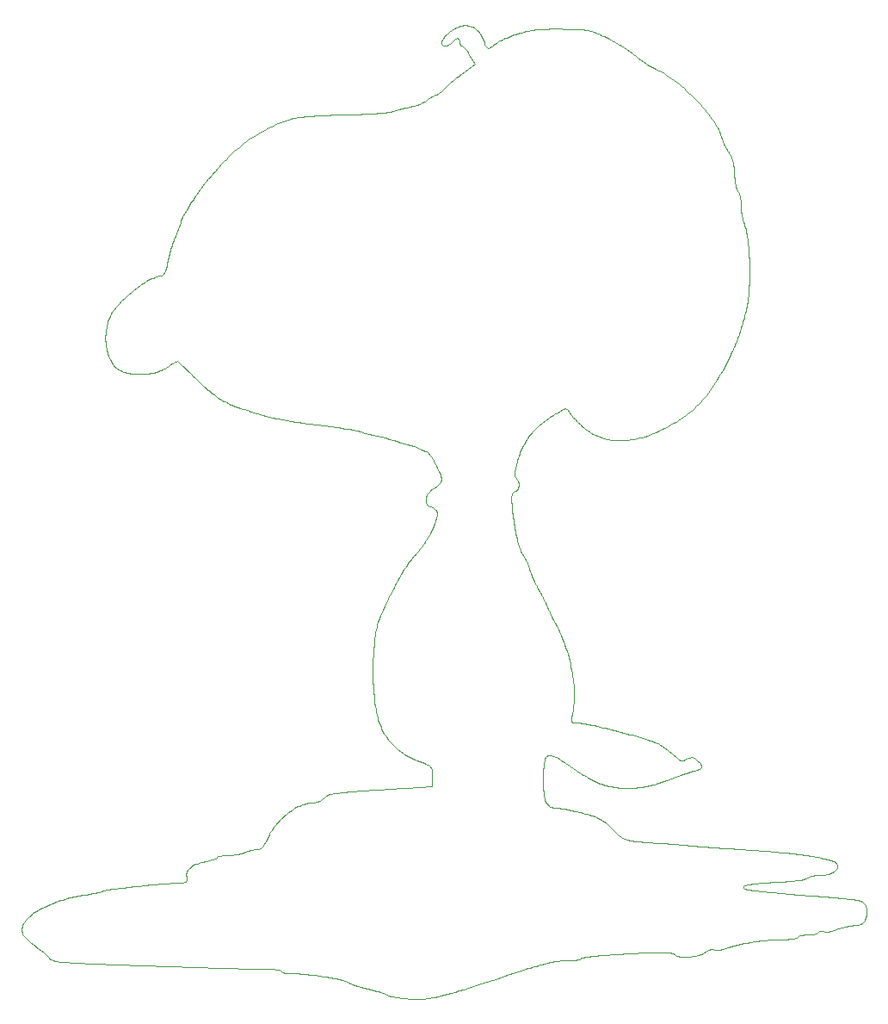
<source format=gbr>
%TF.GenerationSoftware,KiCad,Pcbnew,5.1.7-a382d34a8~88~ubuntu20.04.1*%
%TF.CreationDate,2021-01-15T03:17:28-08:00*%
%TF.ProjectId,snoopy-sao,736e6f6f-7079-42d7-9361-6f2e6b696361,rev?*%
%TF.SameCoordinates,Original*%
%TF.FileFunction,Profile,NP*%
%FSLAX46Y46*%
G04 Gerber Fmt 4.6, Leading zero omitted, Abs format (unit mm)*
G04 Created by KiCad (PCBNEW 5.1.7-a382d34a8~88~ubuntu20.04.1) date 2021-01-15 03:17:28*
%MOMM*%
%LPD*%
G01*
G04 APERTURE LIST*
%TA.AperFunction,Profile*%
%ADD10C,0.100000*%
%TD*%
G04 APERTURE END LIST*
D10*
X96862989Y-152494466D02*
X96862989Y-152494466D01*
X104591481Y-60731656D02*
X104067649Y-59843829D01*
X103267240Y-61714950D02*
X104591481Y-60731656D01*
X108038987Y-150227953D02*
X107344214Y-150459623D01*
X107344214Y-150459623D02*
X106688419Y-150677533D01*
X106688419Y-150677533D02*
X106069933Y-150882020D01*
X106069933Y-150882020D02*
X105487088Y-151073423D01*
X105487088Y-151073423D02*
X104938215Y-151252080D01*
X104938215Y-151252080D02*
X104421646Y-151418330D01*
X104421646Y-151418330D02*
X103935711Y-151572512D01*
X103935711Y-151572512D02*
X103478743Y-151714962D01*
X103478743Y-151714962D02*
X103049072Y-151846021D01*
X103049072Y-151846021D02*
X102645031Y-151966026D01*
X102645031Y-151966026D02*
X102264950Y-152075316D01*
X102264950Y-152075316D02*
X101907160Y-152174228D01*
X101907160Y-152174228D02*
X101569994Y-152263103D01*
X101569994Y-152263103D02*
X101251783Y-152342277D01*
X101251783Y-152342277D02*
X100950857Y-152412089D01*
X100950857Y-152412089D02*
X100665549Y-152472879D01*
X100665549Y-152472879D02*
X100394189Y-152524983D01*
X100394189Y-152524983D02*
X100135110Y-152568740D01*
X100135110Y-152568740D02*
X99886642Y-152604490D01*
X99886642Y-152604490D02*
X99647117Y-152632570D01*
X99647117Y-152632570D02*
X99414866Y-152653318D01*
X99414866Y-152653318D02*
X99188221Y-152667074D01*
X99188221Y-152667074D02*
X98965513Y-152674175D01*
X98965513Y-152674175D02*
X98745074Y-152674960D01*
X98745074Y-152674960D02*
X98525234Y-152669767D01*
X98525234Y-152669767D02*
X98304326Y-152658935D01*
X98304326Y-152658935D02*
X98080680Y-152642802D01*
X98080680Y-152642802D02*
X97852628Y-152621706D01*
X97852628Y-152621706D02*
X97618502Y-152595986D01*
X97618502Y-152595986D02*
X97376632Y-152565981D01*
X97376632Y-152565981D02*
X97125350Y-152532027D01*
X97125350Y-152532027D02*
X96862989Y-152494466D01*
X113563487Y-148871529D02*
X113460390Y-148872525D01*
X113460390Y-148872525D02*
X113355213Y-148875600D01*
X113355213Y-148875600D02*
X113247714Y-148880814D01*
X113247714Y-148880814D02*
X113137653Y-148888225D01*
X113137653Y-148888225D02*
X113024790Y-148897892D01*
X113024790Y-148897892D02*
X112908883Y-148909876D01*
X112908883Y-148909876D02*
X112789693Y-148924234D01*
X112789693Y-148924234D02*
X112666978Y-148941026D01*
X112666978Y-148941026D02*
X112540499Y-148960312D01*
X112540499Y-148960312D02*
X112410014Y-148982149D01*
X112410014Y-148982149D02*
X112275283Y-149006598D01*
X112275283Y-149006598D02*
X112136065Y-149033717D01*
X112136065Y-149033717D02*
X111992119Y-149063566D01*
X111992119Y-149063566D02*
X111843206Y-149096204D01*
X111843206Y-149096204D02*
X111689085Y-149131689D01*
X111689085Y-149131689D02*
X111529514Y-149170082D01*
X111529514Y-149170082D02*
X111364253Y-149211440D01*
X111364253Y-149211440D02*
X111193063Y-149255824D01*
X111193063Y-149255824D02*
X111015701Y-149303292D01*
X111015701Y-149303292D02*
X110831928Y-149353904D01*
X110831928Y-149353904D02*
X110641504Y-149407718D01*
X110641504Y-149407718D02*
X110444186Y-149464794D01*
X110444186Y-149464794D02*
X110239735Y-149525190D01*
X110239735Y-149525190D02*
X110027911Y-149588967D01*
X110027911Y-149588967D02*
X109808472Y-149656182D01*
X109808472Y-149656182D02*
X109581178Y-149726896D01*
X109581178Y-149726896D02*
X109345788Y-149801167D01*
X109345788Y-149801167D02*
X109102063Y-149879055D01*
X109102063Y-149879055D02*
X108849760Y-149960618D01*
X108849760Y-149960618D02*
X108588640Y-150045916D01*
X108588640Y-150045916D02*
X108318463Y-150135008D01*
X108318463Y-150135008D02*
X108038987Y-150227953D01*
X115023987Y-148656883D02*
X114934990Y-148730622D01*
X114934990Y-148730622D02*
X114811769Y-148768143D01*
X114811769Y-148768143D02*
X114689401Y-148793406D01*
X114689401Y-148793406D02*
X114544169Y-148815790D01*
X114544169Y-148815790D02*
X114435893Y-148828930D01*
X114435893Y-148828930D02*
X114319327Y-148840515D01*
X114319327Y-148840515D02*
X114195219Y-148850436D01*
X114195219Y-148850436D02*
X114064319Y-148858582D01*
X114064319Y-148858582D02*
X113927375Y-148864843D01*
X113927375Y-148864843D02*
X113785135Y-148869110D01*
X113785135Y-148869110D02*
X113638350Y-148871271D01*
X113638350Y-148871271D02*
X113563487Y-148871529D01*
X119532487Y-148200503D02*
X119301386Y-148213151D01*
X119301386Y-148213151D02*
X119073216Y-148226195D01*
X119073216Y-148226195D02*
X118848266Y-148239607D01*
X118848266Y-148239607D02*
X118626824Y-148253357D01*
X118626824Y-148253357D02*
X118409180Y-148267416D01*
X118409180Y-148267416D02*
X118195622Y-148281755D01*
X118195622Y-148281755D02*
X117986439Y-148296344D01*
X117986439Y-148296344D02*
X117781920Y-148311154D01*
X117781920Y-148311154D02*
X117582355Y-148326156D01*
X117582355Y-148326156D02*
X117388032Y-148341320D01*
X117388032Y-148341320D02*
X117199240Y-148356618D01*
X117199240Y-148356618D02*
X117016268Y-148372020D01*
X117016268Y-148372020D02*
X116839405Y-148387497D01*
X116839405Y-148387497D02*
X116668940Y-148403019D01*
X116668940Y-148403019D02*
X116505161Y-148418558D01*
X116505161Y-148418558D02*
X116348358Y-148434084D01*
X116348358Y-148434084D02*
X116198820Y-148449568D01*
X116198820Y-148449568D02*
X116056836Y-148464981D01*
X116056836Y-148464981D02*
X115922694Y-148480292D01*
X115922694Y-148480292D02*
X115796684Y-148495474D01*
X115796684Y-148495474D02*
X115679094Y-148510497D01*
X115679094Y-148510497D02*
X115570213Y-148525332D01*
X115570213Y-148525332D02*
X115470330Y-148539949D01*
X115470330Y-148539949D02*
X115298716Y-148568413D01*
X115298716Y-148568413D02*
X115166563Y-148595655D01*
X115166563Y-148595655D02*
X115047377Y-148633717D01*
X115047377Y-148633717D02*
X115023987Y-148656883D01*
X124308446Y-148311687D02*
X124228659Y-148236333D01*
X124228659Y-148236333D02*
X124106751Y-148175205D01*
X124106751Y-148175205D02*
X123996265Y-148142221D01*
X123996265Y-148142221D02*
X123858338Y-148115357D01*
X123858338Y-148115357D02*
X123689483Y-148094530D01*
X123689483Y-148094530D02*
X123486210Y-148079660D01*
X123486210Y-148079660D02*
X123370578Y-148074434D01*
X123370578Y-148074434D02*
X123245034Y-148070667D01*
X123245034Y-148070667D02*
X123109141Y-148068348D01*
X123109141Y-148068348D02*
X122962464Y-148067468D01*
X122962464Y-148067468D02*
X122804567Y-148068016D01*
X122804567Y-148068016D02*
X122635013Y-148069982D01*
X122635013Y-148069982D02*
X122453368Y-148073356D01*
X122453368Y-148073356D02*
X122259194Y-148078129D01*
X122259194Y-148078129D02*
X122052056Y-148084288D01*
X122052056Y-148084288D02*
X121831518Y-148091826D01*
X121831518Y-148091826D02*
X121597144Y-148100731D01*
X121597144Y-148100731D02*
X121348498Y-148110993D01*
X121348498Y-148110993D02*
X121085143Y-148122603D01*
X121085143Y-148122603D02*
X120806644Y-148135549D01*
X120806644Y-148135549D02*
X120512565Y-148149823D01*
X120512565Y-148149823D02*
X120202470Y-148165413D01*
X120202470Y-148165413D02*
X119875922Y-148182309D01*
X119875922Y-148182309D02*
X119532487Y-148200503D01*
X127285723Y-147995999D02*
X127178840Y-148086465D01*
X127178840Y-148086465D02*
X127036750Y-148170113D01*
X127036750Y-148170113D02*
X126864734Y-148246383D01*
X126864734Y-148246383D02*
X126769153Y-148281576D01*
X126769153Y-148281576D02*
X126668072Y-148314715D01*
X126668072Y-148314715D02*
X126562150Y-148345730D01*
X126562150Y-148345730D02*
X126452048Y-148374549D01*
X126452048Y-148374549D02*
X126338426Y-148401105D01*
X126338426Y-148401105D02*
X126221943Y-148425326D01*
X126221943Y-148425326D02*
X126103261Y-148447142D01*
X126103261Y-148447142D02*
X125983039Y-148466484D01*
X125983039Y-148466484D02*
X125861938Y-148483281D01*
X125861938Y-148483281D02*
X125740618Y-148497464D01*
X125740618Y-148497464D02*
X125619739Y-148508962D01*
X125619739Y-148508962D02*
X125499961Y-148517705D01*
X125499961Y-148517705D02*
X125381945Y-148523625D01*
X125381945Y-148523625D02*
X125266351Y-148526649D01*
X125266351Y-148526649D02*
X125153839Y-148526709D01*
X125153839Y-148526709D02*
X125045069Y-148523734D01*
X125045069Y-148523734D02*
X124940701Y-148517655D01*
X124940701Y-148517655D02*
X124747815Y-148495903D01*
X124747815Y-148495903D02*
X124580461Y-148460893D01*
X124580461Y-148460893D02*
X124443923Y-148412064D01*
X124443923Y-148412064D02*
X124343480Y-148348857D01*
X124343480Y-148348857D02*
X124308446Y-148311687D01*
X128173363Y-147806904D02*
X128046374Y-147789951D01*
X128046374Y-147789951D02*
X127916686Y-147786147D01*
X127916686Y-147786147D02*
X127787937Y-147794716D01*
X127787937Y-147794716D02*
X127663769Y-147814882D01*
X127663769Y-147814882D02*
X127547823Y-147845868D01*
X127547823Y-147845868D02*
X127443740Y-147886900D01*
X127443740Y-147886900D02*
X127355159Y-147937202D01*
X127355159Y-147937202D02*
X127285723Y-147995999D01*
X129329814Y-147663873D02*
X129206379Y-147713416D01*
X129206379Y-147713416D02*
X129103358Y-147745439D01*
X129103358Y-147745439D02*
X128993607Y-147772786D01*
X128993607Y-147772786D02*
X128879127Y-147795208D01*
X128879127Y-147795208D02*
X128761920Y-147812459D01*
X128761920Y-147812459D02*
X128643987Y-147824291D01*
X128643987Y-147824291D02*
X128527328Y-147830456D01*
X128527328Y-147830456D02*
X128413944Y-147830707D01*
X128413944Y-147830707D02*
X128305838Y-147824796D01*
X128305838Y-147824796D02*
X128205009Y-147812477D01*
X128205009Y-147812477D02*
X128173363Y-147806904D01*
X134875415Y-146790240D02*
X134720676Y-146789560D01*
X134720676Y-146789560D02*
X134558153Y-146791723D01*
X134558153Y-146791723D02*
X134388506Y-146796625D01*
X134388506Y-146796625D02*
X134212392Y-146804162D01*
X134212392Y-146804162D02*
X134030471Y-146814231D01*
X134030471Y-146814231D02*
X133843400Y-146826727D01*
X133843400Y-146826727D02*
X133651839Y-146841548D01*
X133651839Y-146841548D02*
X133456445Y-146858589D01*
X133456445Y-146858589D02*
X133257879Y-146877746D01*
X133257879Y-146877746D02*
X133056798Y-146898916D01*
X133056798Y-146898916D02*
X132853860Y-146921995D01*
X132853860Y-146921995D02*
X132649725Y-146946879D01*
X132649725Y-146946879D02*
X132445052Y-146973464D01*
X132445052Y-146973464D02*
X132240498Y-147001648D01*
X132240498Y-147001648D02*
X132036722Y-147031325D01*
X132036722Y-147031325D02*
X131834383Y-147062392D01*
X131834383Y-147062392D02*
X131634140Y-147094746D01*
X131634140Y-147094746D02*
X131436651Y-147128283D01*
X131436651Y-147128283D02*
X131242575Y-147162898D01*
X131242575Y-147162898D02*
X131052570Y-147198489D01*
X131052570Y-147198489D02*
X130867295Y-147234951D01*
X130867295Y-147234951D02*
X130687409Y-147272181D01*
X130687409Y-147272181D02*
X130513570Y-147310074D01*
X130513570Y-147310074D02*
X130346436Y-147348528D01*
X130346436Y-147348528D02*
X130186668Y-147387438D01*
X130186668Y-147387438D02*
X130034922Y-147426701D01*
X130034922Y-147426701D02*
X129891858Y-147466212D01*
X129891858Y-147466212D02*
X129758134Y-147505869D01*
X129758134Y-147505869D02*
X129634409Y-147545567D01*
X129634409Y-147545567D02*
X129521342Y-147585203D01*
X129521342Y-147585203D02*
X129419590Y-147624673D01*
X129419590Y-147624673D02*
X129329814Y-147663873D01*
X136359987Y-146571643D02*
X136269523Y-146652540D01*
X136269523Y-146652540D02*
X136144271Y-146692607D01*
X136144271Y-146692607D02*
X136019887Y-146719031D01*
X136019887Y-146719031D02*
X135872261Y-146741926D01*
X135872261Y-146741926D02*
X135762200Y-146755043D01*
X135762200Y-146755043D02*
X135643713Y-146766311D01*
X135643713Y-146766311D02*
X135517560Y-146775619D01*
X135517560Y-146775619D02*
X135384502Y-146782854D01*
X135384502Y-146782854D02*
X135245300Y-146787905D01*
X135245300Y-146787905D02*
X135100717Y-146790659D01*
X135100717Y-146790659D02*
X134951512Y-146791005D01*
X134951512Y-146791005D02*
X134875415Y-146790240D01*
X137375987Y-146332000D02*
X137272489Y-146333243D01*
X137272489Y-146333243D02*
X137171894Y-146336891D01*
X137171894Y-146336891D02*
X137027581Y-146346603D01*
X137027581Y-146346603D02*
X136892729Y-146361034D01*
X136892729Y-146361034D02*
X136769095Y-146379770D01*
X136769095Y-146379770D02*
X136658437Y-146402396D01*
X136658437Y-146402396D02*
X136534115Y-146437898D01*
X136534115Y-146437898D02*
X136440155Y-146478595D01*
X136440155Y-146478595D02*
X136365257Y-146547231D01*
X136365257Y-146547231D02*
X136359987Y-146571643D01*
X138391987Y-146101781D02*
X138330076Y-146180727D01*
X138330076Y-146180727D02*
X138217858Y-146230267D01*
X138217858Y-146230267D02*
X138093537Y-146264373D01*
X138093537Y-146264373D02*
X137982878Y-146286109D01*
X137982878Y-146286109D02*
X137859244Y-146304107D01*
X137859244Y-146304107D02*
X137724392Y-146317971D01*
X137724392Y-146317971D02*
X137580079Y-146327301D01*
X137580079Y-146327301D02*
X137479484Y-146330805D01*
X137479484Y-146330805D02*
X137375987Y-146332000D01*
X138916677Y-146008766D02*
X138811277Y-145985903D01*
X138811277Y-145985903D02*
X138689724Y-145972211D01*
X138689724Y-145972211D02*
X138583423Y-145974362D01*
X138583423Y-145974362D02*
X138481912Y-145996809D01*
X138481912Y-145996809D02*
X138402696Y-146058334D01*
X138402696Y-146058334D02*
X138391987Y-146101781D01*
X139996177Y-145875406D02*
X139874018Y-145926957D01*
X139874018Y-145926957D02*
X139773950Y-145959829D01*
X139773950Y-145959829D02*
X139668715Y-145987479D01*
X139668715Y-145987479D02*
X139560181Y-146009677D01*
X139560181Y-146009677D02*
X139450215Y-146026192D01*
X139450215Y-146026192D02*
X139340687Y-146036793D01*
X139340687Y-146036793D02*
X139233463Y-146041250D01*
X139233463Y-146041250D02*
X139130411Y-146039331D01*
X139130411Y-146039331D02*
X139002728Y-146026457D01*
X139002728Y-146026457D02*
X138916677Y-146008766D01*
X141732933Y-145448535D02*
X141609652Y-145465860D01*
X141609652Y-145465860D02*
X141484181Y-145485454D01*
X141484181Y-145485454D02*
X141357409Y-145507097D01*
X141357409Y-145507097D02*
X141230227Y-145530572D01*
X141230227Y-145530572D02*
X141103526Y-145555658D01*
X141103526Y-145555658D02*
X140978195Y-145582138D01*
X140978195Y-145582138D02*
X140855126Y-145609791D01*
X140855126Y-145609791D02*
X140735208Y-145638401D01*
X140735208Y-145638401D02*
X140619332Y-145667746D01*
X140619332Y-145667746D02*
X140508389Y-145697610D01*
X140508389Y-145697610D02*
X140403269Y-145727772D01*
X140403269Y-145727772D02*
X140304862Y-145758014D01*
X140304862Y-145758014D02*
X140171787Y-145803049D01*
X140171787Y-145803049D02*
X140058826Y-145847032D01*
X140058826Y-145847032D02*
X139996177Y-145875406D01*
X143076694Y-144647517D02*
X143050106Y-144744356D01*
X143050106Y-144744356D02*
X143004529Y-144872761D01*
X143004529Y-144872761D02*
X142949042Y-144982778D01*
X142949042Y-144982778D02*
X142880182Y-145076468D01*
X142880182Y-145076468D02*
X142794488Y-145155897D01*
X142794488Y-145155897D02*
X142688498Y-145223128D01*
X142688498Y-145223128D02*
X142558749Y-145280223D01*
X142558749Y-145280223D02*
X142457341Y-145313676D01*
X142457341Y-145313676D02*
X142342810Y-145344153D01*
X142342810Y-145344153D02*
X142214129Y-145372266D01*
X142214129Y-145372266D02*
X142070273Y-145398626D01*
X142070273Y-145398626D02*
X141910216Y-145423845D01*
X141910216Y-145423845D02*
X141732933Y-145448535D01*
X142124172Y-142915890D02*
X142285789Y-142948168D01*
X142285789Y-142948168D02*
X142433646Y-142990302D01*
X142433646Y-142990302D02*
X142567774Y-143042349D01*
X142567774Y-143042349D02*
X142688206Y-143104367D01*
X142688206Y-143104367D02*
X142794973Y-143176416D01*
X142794973Y-143176416D02*
X142888107Y-143258552D01*
X142888107Y-143258552D02*
X142967641Y-143350833D01*
X142967641Y-143350833D02*
X143033607Y-143453319D01*
X143033607Y-143453319D02*
X143086035Y-143566067D01*
X143086035Y-143566067D02*
X143124959Y-143689134D01*
X143124959Y-143689134D02*
X143150410Y-143822580D01*
X143150410Y-143822580D02*
X143162421Y-143966462D01*
X143162421Y-143966462D02*
X143161022Y-144120839D01*
X143161022Y-144120839D02*
X143146247Y-144285768D01*
X143146247Y-144285768D02*
X143118127Y-144461308D01*
X143118127Y-144461308D02*
X143076694Y-144647517D01*
X138010987Y-142519640D02*
X138181304Y-142533369D01*
X138181304Y-142533369D02*
X138351562Y-142547266D01*
X138351562Y-142547266D02*
X138521497Y-142561305D01*
X138521497Y-142561305D02*
X138690845Y-142575459D01*
X138690845Y-142575459D02*
X138859343Y-142589705D01*
X138859343Y-142589705D02*
X139026727Y-142604016D01*
X139026727Y-142604016D02*
X139192734Y-142618367D01*
X139192734Y-142618367D02*
X139357099Y-142632733D01*
X139357099Y-142632733D02*
X139519560Y-142647088D01*
X139519560Y-142647088D02*
X139679852Y-142661407D01*
X139679852Y-142661407D02*
X139837713Y-142675665D01*
X139837713Y-142675665D02*
X139992878Y-142689835D01*
X139992878Y-142689835D02*
X140145083Y-142703894D01*
X140145083Y-142703894D02*
X140294067Y-142717814D01*
X140294067Y-142717814D02*
X140439563Y-142731572D01*
X140439563Y-142731572D02*
X140581310Y-142745141D01*
X140581310Y-142745141D02*
X140719044Y-142758496D01*
X140719044Y-142758496D02*
X140852500Y-142771612D01*
X140852500Y-142771612D02*
X140981415Y-142784463D01*
X140981415Y-142784463D02*
X141105527Y-142797024D01*
X141105527Y-142797024D02*
X141224570Y-142809270D01*
X141224570Y-142809270D02*
X141338281Y-142821175D01*
X141338281Y-142821175D02*
X141446398Y-142832714D01*
X141446398Y-142832714D02*
X141548656Y-142843861D01*
X141548656Y-142843861D02*
X141734541Y-142864878D01*
X141734541Y-142864878D02*
X141893828Y-142884024D01*
X141893828Y-142884024D02*
X142024408Y-142901096D01*
X142024408Y-142901096D02*
X142124172Y-142915890D01*
X131025987Y-141634505D02*
X131052641Y-141739878D01*
X131052641Y-141739878D02*
X131134682Y-141807646D01*
X131134682Y-141807646D02*
X131235495Y-141849563D01*
X131235495Y-141849563D02*
X131383513Y-141890176D01*
X131383513Y-141890176D02*
X131587574Y-141930605D01*
X131587574Y-141930605D02*
X131713383Y-141951101D01*
X131713383Y-141951101D02*
X131856516Y-141971971D01*
X131856516Y-141971971D02*
X132018080Y-141993354D01*
X132018080Y-141993354D02*
X132199177Y-142015392D01*
X132199177Y-142015392D02*
X132400914Y-142038224D01*
X132400914Y-142038224D02*
X132624395Y-142061990D01*
X132624395Y-142061990D02*
X132870724Y-142086830D01*
X132870724Y-142086830D02*
X133141007Y-142112884D01*
X133141007Y-142112884D02*
X133436348Y-142140292D01*
X133436348Y-142140292D02*
X133757851Y-142169194D01*
X133757851Y-142169194D02*
X134106622Y-142199730D01*
X134106622Y-142199730D02*
X134483766Y-142232040D01*
X134483766Y-142232040D02*
X134890386Y-142266264D01*
X134890386Y-142266264D02*
X135327588Y-142302542D01*
X135327588Y-142302542D02*
X135796476Y-142341013D01*
X135796476Y-142341013D02*
X136298155Y-142381819D01*
X136298155Y-142381819D02*
X136833730Y-142425099D01*
X136833730Y-142425099D02*
X137404306Y-142470992D01*
X137404306Y-142470992D02*
X138010987Y-142519640D01*
X134134322Y-141173268D02*
X133935157Y-141183554D01*
X133935157Y-141183554D02*
X133743071Y-141194034D01*
X133743071Y-141194034D02*
X133558012Y-141204713D01*
X133558012Y-141204713D02*
X133379932Y-141215601D01*
X133379932Y-141215601D02*
X133208781Y-141226702D01*
X133208781Y-141226702D02*
X133044510Y-141238027D01*
X133044510Y-141238027D02*
X132887068Y-141249580D01*
X132887068Y-141249580D02*
X132736407Y-141261371D01*
X132736407Y-141261371D02*
X132592477Y-141273406D01*
X132592477Y-141273406D02*
X132455229Y-141285692D01*
X132455229Y-141285692D02*
X132324612Y-141298237D01*
X132324612Y-141298237D02*
X132200578Y-141311049D01*
X132200578Y-141311049D02*
X132083077Y-141324134D01*
X132083077Y-141324134D02*
X131972060Y-141337500D01*
X131972060Y-141337500D02*
X131867476Y-141351154D01*
X131867476Y-141351154D02*
X131677413Y-141379357D01*
X131677413Y-141379357D02*
X131512491Y-141408801D01*
X131512491Y-141408801D02*
X131372316Y-141439545D01*
X131372316Y-141439545D02*
X131256490Y-141471648D01*
X131256490Y-141471648D02*
X131127542Y-141522480D01*
X131127542Y-141522480D02*
X131037138Y-141595559D01*
X131037138Y-141595559D02*
X131025987Y-141634505D01*
X137330492Y-140753492D02*
X137214052Y-140825883D01*
X137214052Y-140825883D02*
X137118167Y-140855394D01*
X137118167Y-140855394D02*
X136996080Y-140884963D01*
X136996080Y-140884963D02*
X136849106Y-140914417D01*
X136849106Y-140914417D02*
X136678561Y-140943583D01*
X136678561Y-140943583D02*
X136485760Y-140972289D01*
X136485760Y-140972289D02*
X136381425Y-140986415D01*
X136381425Y-140986415D02*
X136272020Y-141000361D01*
X136272020Y-141000361D02*
X136157709Y-141014105D01*
X136157709Y-141014105D02*
X136038656Y-141027626D01*
X136038656Y-141027626D02*
X135915026Y-141040903D01*
X135915026Y-141040903D02*
X135786983Y-141053913D01*
X135786983Y-141053913D02*
X135654692Y-141066635D01*
X135654692Y-141066635D02*
X135518318Y-141079048D01*
X135518318Y-141079048D02*
X135378024Y-141091129D01*
X135378024Y-141091129D02*
X135233976Y-141102858D01*
X135233976Y-141102858D02*
X135086338Y-141114213D01*
X135086338Y-141114213D02*
X134935273Y-141125171D01*
X134935273Y-141125171D02*
X134780948Y-141135712D01*
X134780948Y-141135712D02*
X134623525Y-141145813D01*
X134623525Y-141145813D02*
X134463170Y-141155454D01*
X134463170Y-141155454D02*
X134300048Y-141164613D01*
X134300048Y-141164613D02*
X134134322Y-141173268D01*
X138500789Y-140490000D02*
X138390064Y-140491367D01*
X138390064Y-140491367D02*
X138281550Y-140495377D01*
X138281550Y-140495377D02*
X138175847Y-140501897D01*
X138175847Y-140501897D02*
X138073555Y-140510791D01*
X138073555Y-140510791D02*
X137927824Y-140528287D01*
X137927824Y-140528287D02*
X137793143Y-140550363D01*
X137793143Y-140550363D02*
X137671536Y-140576565D01*
X137671536Y-140576565D02*
X137565029Y-140606436D01*
X137565029Y-140606436D02*
X137450007Y-140651183D01*
X137450007Y-140651183D02*
X137356352Y-140713504D01*
X137356352Y-140713504D02*
X137330492Y-140753492D01*
X140055647Y-139230501D02*
X140159462Y-139333328D01*
X140159462Y-139333328D02*
X140228845Y-139439124D01*
X140228845Y-139439124D02*
X140265430Y-139546565D01*
X140265430Y-139546565D02*
X140270854Y-139654325D01*
X140270854Y-139654325D02*
X140246752Y-139761078D01*
X140246752Y-139761078D02*
X140194761Y-139865501D01*
X140194761Y-139865501D02*
X140116516Y-139966267D01*
X140116516Y-139966267D02*
X140013653Y-140062052D01*
X140013653Y-140062052D02*
X139887807Y-140151531D01*
X139887807Y-140151531D02*
X139740615Y-140233378D01*
X139740615Y-140233378D02*
X139573712Y-140306269D01*
X139573712Y-140306269D02*
X139388734Y-140368879D01*
X139388734Y-140368879D02*
X139289978Y-140395914D01*
X139289978Y-140395914D02*
X139187316Y-140419881D01*
X139187316Y-140419881D02*
X139080954Y-140440616D01*
X139080954Y-140440616D02*
X138971096Y-140457953D01*
X138971096Y-140457953D02*
X138857946Y-140471725D01*
X138857946Y-140471725D02*
X138741708Y-140481767D01*
X138741708Y-140481767D02*
X138622588Y-140487914D01*
X138622588Y-140487914D02*
X138500789Y-140490000D01*
X131025995Y-137952969D02*
X131448757Y-137978224D01*
X131448757Y-137978224D02*
X131867605Y-138005154D01*
X131867605Y-138005154D02*
X132282024Y-138033688D01*
X132282024Y-138033688D02*
X132691496Y-138063751D01*
X132691496Y-138063751D02*
X133095507Y-138095272D01*
X133095507Y-138095272D02*
X133493542Y-138128176D01*
X133493542Y-138128176D02*
X133885084Y-138162391D01*
X133885084Y-138162391D02*
X134269619Y-138197845D01*
X134269619Y-138197845D02*
X134646630Y-138234463D01*
X134646630Y-138234463D02*
X135015602Y-138272174D01*
X135015602Y-138272174D02*
X135376020Y-138310904D01*
X135376020Y-138310904D02*
X135727367Y-138350580D01*
X135727367Y-138350580D02*
X136069129Y-138391130D01*
X136069129Y-138391130D02*
X136400790Y-138432480D01*
X136400790Y-138432480D02*
X136721834Y-138474558D01*
X136721834Y-138474558D02*
X137031746Y-138517290D01*
X137031746Y-138517290D02*
X137330009Y-138560604D01*
X137330009Y-138560604D02*
X137616110Y-138604426D01*
X137616110Y-138604426D02*
X137889531Y-138648684D01*
X137889531Y-138648684D02*
X138149758Y-138693305D01*
X138149758Y-138693305D02*
X138396275Y-138738216D01*
X138396275Y-138738216D02*
X138628566Y-138783343D01*
X138628566Y-138783343D02*
X138846116Y-138828615D01*
X138846116Y-138828615D02*
X139048410Y-138873957D01*
X139048410Y-138873957D02*
X139234931Y-138919298D01*
X139234931Y-138919298D02*
X139405164Y-138964563D01*
X139405164Y-138964563D02*
X139558594Y-139009681D01*
X139558594Y-139009681D02*
X139694704Y-139054579D01*
X139694704Y-139054579D02*
X139812981Y-139099182D01*
X139812981Y-139099182D02*
X139912907Y-139143419D01*
X139912907Y-139143419D02*
X140055647Y-139230501D01*
X125691995Y-137569037D02*
X125854729Y-137586277D01*
X125854729Y-137586277D02*
X126052977Y-137605337D01*
X126052977Y-137605337D02*
X126164564Y-137615488D01*
X126164564Y-137615488D02*
X126284005Y-137626020D01*
X126284005Y-137626020D02*
X126410956Y-137636908D01*
X126410956Y-137636908D02*
X126545077Y-137648128D01*
X126545077Y-137648128D02*
X126686026Y-137659655D01*
X126686026Y-137659655D02*
X126833460Y-137671465D01*
X126833460Y-137671465D02*
X126987038Y-137683533D01*
X126987038Y-137683533D02*
X127146417Y-137695834D01*
X127146417Y-137695834D02*
X127311257Y-137708344D01*
X127311257Y-137708344D02*
X127481216Y-137721038D01*
X127481216Y-137721038D02*
X127655950Y-137733891D01*
X127655950Y-137733891D02*
X127835120Y-137746880D01*
X127835120Y-137746880D02*
X128018382Y-137759978D01*
X128018382Y-137759978D02*
X128205395Y-137773163D01*
X128205395Y-137773163D02*
X128395817Y-137786409D01*
X128395817Y-137786409D02*
X128589306Y-137799691D01*
X128589306Y-137799691D02*
X128785521Y-137812985D01*
X128785521Y-137812985D02*
X128984119Y-137826266D01*
X128984119Y-137826266D02*
X129184759Y-137839511D01*
X129184759Y-137839511D02*
X129387099Y-137852693D01*
X129387099Y-137852693D02*
X129590797Y-137865788D01*
X129590797Y-137865788D02*
X129795511Y-137878773D01*
X129795511Y-137878773D02*
X130000900Y-137891622D01*
X130000900Y-137891622D02*
X130206621Y-137904310D01*
X130206621Y-137904310D02*
X130412333Y-137916814D01*
X130412333Y-137916814D02*
X130617694Y-137929108D01*
X130617694Y-137929108D02*
X130822362Y-137941167D01*
X130822362Y-137941167D02*
X131025995Y-137952969D01*
X122262995Y-137301157D02*
X122368979Y-137307009D01*
X122368979Y-137307009D02*
X122477237Y-137313195D01*
X122477237Y-137313195D02*
X122587549Y-137319699D01*
X122587549Y-137319699D02*
X122699693Y-137326502D01*
X122699693Y-137326502D02*
X122813452Y-137333589D01*
X122813452Y-137333589D02*
X122928605Y-137340940D01*
X122928605Y-137340940D02*
X123044932Y-137348540D01*
X123044932Y-137348540D02*
X123162214Y-137356371D01*
X123162214Y-137356371D02*
X123280231Y-137364416D01*
X123280231Y-137364416D02*
X123398762Y-137372658D01*
X123398762Y-137372658D02*
X123517589Y-137381080D01*
X123517589Y-137381080D02*
X123636492Y-137389664D01*
X123636492Y-137389664D02*
X123755251Y-137398394D01*
X123755251Y-137398394D02*
X123873645Y-137407252D01*
X123873645Y-137407252D02*
X123991456Y-137416220D01*
X123991456Y-137416220D02*
X124108463Y-137425283D01*
X124108463Y-137425283D02*
X124224447Y-137434422D01*
X124224447Y-137434422D02*
X124339189Y-137443621D01*
X124339189Y-137443621D02*
X124452467Y-137452862D01*
X124452467Y-137452862D02*
X124564063Y-137462128D01*
X124564063Y-137462128D02*
X124673757Y-137471402D01*
X124673757Y-137471402D02*
X124781329Y-137480667D01*
X124781329Y-137480667D02*
X124886559Y-137489906D01*
X124886559Y-137489906D02*
X124989228Y-137499101D01*
X124989228Y-137499101D02*
X125089116Y-137508236D01*
X125089116Y-137508236D02*
X125279668Y-137526254D01*
X125279668Y-137526254D02*
X125456458Y-137543824D01*
X125456458Y-137543824D02*
X125617729Y-137560807D01*
X125617729Y-137560807D02*
X125691995Y-137569037D01*
X118073659Y-135888536D02*
X118170316Y-135993490D01*
X118170316Y-135993490D02*
X118263275Y-136092530D01*
X118263275Y-136092530D02*
X118353128Y-136185853D01*
X118353128Y-136185853D02*
X118440464Y-136273660D01*
X118440464Y-136273660D02*
X118525876Y-136356149D01*
X118525876Y-136356149D02*
X118609953Y-136433519D01*
X118609953Y-136433519D02*
X118693286Y-136505970D01*
X118693286Y-136505970D02*
X118776467Y-136573701D01*
X118776467Y-136573701D02*
X118860085Y-136636910D01*
X118860085Y-136636910D02*
X118944732Y-136695799D01*
X118944732Y-136695799D02*
X119030999Y-136750565D01*
X119030999Y-136750565D02*
X119119476Y-136801407D01*
X119119476Y-136801407D02*
X119210754Y-136848526D01*
X119210754Y-136848526D02*
X119305424Y-136892119D01*
X119305424Y-136892119D02*
X119404077Y-136932387D01*
X119404077Y-136932387D02*
X119507303Y-136969529D01*
X119507303Y-136969529D02*
X119615693Y-137003743D01*
X119615693Y-137003743D02*
X119729838Y-137035230D01*
X119729838Y-137035230D02*
X119850330Y-137064187D01*
X119850330Y-137064187D02*
X119977757Y-137090815D01*
X119977757Y-137090815D02*
X120112713Y-137115313D01*
X120112713Y-137115313D02*
X120255786Y-137137879D01*
X120255786Y-137137879D02*
X120407568Y-137158714D01*
X120407568Y-137158714D02*
X120568651Y-137178016D01*
X120568651Y-137178016D02*
X120739623Y-137195984D01*
X120739623Y-137195984D02*
X120921077Y-137212818D01*
X120921077Y-137212818D02*
X121113604Y-137228717D01*
X121113604Y-137228717D02*
X121317793Y-137243880D01*
X121317793Y-137243880D02*
X121534236Y-137258506D01*
X121534236Y-137258506D02*
X121763523Y-137272795D01*
X121763523Y-137272795D02*
X122006246Y-137286945D01*
X122006246Y-137286945D02*
X122262995Y-137301157D01*
X115259979Y-134384724D02*
X115404025Y-134422522D01*
X115404025Y-134422522D02*
X115541893Y-134459546D01*
X115541893Y-134459546D02*
X115673837Y-134495933D01*
X115673837Y-134495933D02*
X115800114Y-134531819D01*
X115800114Y-134531819D02*
X115920979Y-134567341D01*
X115920979Y-134567341D02*
X116036689Y-134602636D01*
X116036689Y-134602636D02*
X116147498Y-134637840D01*
X116147498Y-134637840D02*
X116253664Y-134673091D01*
X116253664Y-134673091D02*
X116355441Y-134708525D01*
X116355441Y-134708525D02*
X116453086Y-134744278D01*
X116453086Y-134744278D02*
X116546855Y-134780488D01*
X116546855Y-134780488D02*
X116723786Y-134854825D01*
X116723786Y-134854825D02*
X116888281Y-134932628D01*
X116888281Y-134932628D02*
X117042388Y-135014993D01*
X117042388Y-135014993D02*
X117188153Y-135103013D01*
X117188153Y-135103013D02*
X117327623Y-135197781D01*
X117327623Y-135197781D02*
X117462845Y-135300393D01*
X117462845Y-135300393D02*
X117595866Y-135411942D01*
X117595866Y-135411942D02*
X117728733Y-135533522D01*
X117728733Y-135533522D02*
X117863493Y-135666226D01*
X117863493Y-135666226D02*
X118002192Y-135811150D01*
X118002192Y-135811150D02*
X118073659Y-135888536D01*
X112713862Y-133890355D02*
X112835738Y-133896685D01*
X112835738Y-133896685D02*
X112937760Y-133906931D01*
X112937760Y-133906931D02*
X113054875Y-133921702D01*
X113054875Y-133921702D02*
X113185778Y-133940744D01*
X113185778Y-133940744D02*
X113329165Y-133963803D01*
X113329165Y-133963803D02*
X113483728Y-133990627D01*
X113483728Y-133990627D02*
X113648164Y-134020962D01*
X113648164Y-134020962D02*
X113821166Y-134054554D01*
X113821166Y-134054554D02*
X114001429Y-134091149D01*
X114001429Y-134091149D02*
X114187648Y-134130494D01*
X114187648Y-134130494D02*
X114378517Y-134172336D01*
X114378517Y-134172336D02*
X114572732Y-134216422D01*
X114572732Y-134216422D02*
X114670686Y-134239226D01*
X114670686Y-134239226D02*
X114768986Y-134262496D01*
X114768986Y-134262496D02*
X114867470Y-134286200D01*
X114867470Y-134286200D02*
X114965975Y-134310307D01*
X114965975Y-134310307D02*
X115064336Y-134334784D01*
X115064336Y-134334784D02*
X115162392Y-134359600D01*
X115162392Y-134359600D02*
X115259979Y-134384724D01*
X111319147Y-130993411D02*
X111317862Y-131198589D01*
X111317862Y-131198589D02*
X111318642Y-131394647D01*
X111318642Y-131394647D02*
X111321571Y-131581756D01*
X111321571Y-131581756D02*
X111326730Y-131760090D01*
X111326730Y-131760090D02*
X111334203Y-131929820D01*
X111334203Y-131929820D02*
X111344073Y-132091119D01*
X111344073Y-132091119D02*
X111356423Y-132244160D01*
X111356423Y-132244160D02*
X111371336Y-132389114D01*
X111371336Y-132389114D02*
X111388894Y-132526154D01*
X111388894Y-132526154D02*
X111409182Y-132655453D01*
X111409182Y-132655453D02*
X111432281Y-132777183D01*
X111432281Y-132777183D02*
X111458275Y-132891516D01*
X111458275Y-132891516D02*
X111487247Y-132998625D01*
X111487247Y-132998625D02*
X111519280Y-133098682D01*
X111519280Y-133098682D02*
X111592859Y-133278329D01*
X111592859Y-133278329D02*
X111679678Y-133431838D01*
X111679678Y-133431838D02*
X111780399Y-133560587D01*
X111780399Y-133560587D02*
X111895687Y-133665955D01*
X111895687Y-133665955D02*
X112026205Y-133749321D01*
X112026205Y-133749321D02*
X112172618Y-133812066D01*
X112172618Y-133812066D02*
X112335589Y-133855566D01*
X112335589Y-133855566D02*
X112515782Y-133881203D01*
X112515782Y-133881203D02*
X112713862Y-133890355D01*
X113806962Y-129671391D02*
X113606389Y-129532178D01*
X113606389Y-129532178D02*
X113416877Y-129402946D01*
X113416877Y-129402946D02*
X113238109Y-129283861D01*
X113238109Y-129283861D02*
X113069774Y-129175091D01*
X113069774Y-129175091D02*
X112911558Y-129076802D01*
X112911558Y-129076802D02*
X112763147Y-128989160D01*
X112763147Y-128989160D02*
X112624228Y-128912332D01*
X112624228Y-128912332D02*
X112494487Y-128846484D01*
X112494487Y-128846484D02*
X112373611Y-128791783D01*
X112373611Y-128791783D02*
X112261287Y-128748397D01*
X112261287Y-128748397D02*
X112157200Y-128716490D01*
X112157200Y-128716490D02*
X111972486Y-128687784D01*
X111972486Y-128687784D02*
X111816961Y-128706998D01*
X111816961Y-128706998D02*
X111688119Y-128775465D01*
X111688119Y-128775465D02*
X111583450Y-128894517D01*
X111583450Y-128894517D02*
X111500447Y-129065487D01*
X111500447Y-129065487D02*
X111466287Y-129170858D01*
X111466287Y-129170858D02*
X111436603Y-129289708D01*
X111436603Y-129289708D02*
X111411082Y-129422204D01*
X111411082Y-129422204D02*
X111389409Y-129568512D01*
X111389409Y-129568512D02*
X111371273Y-129728799D01*
X111371273Y-129728799D02*
X111356358Y-129903232D01*
X111356358Y-129903232D02*
X111344352Y-130091977D01*
X111344352Y-130091977D02*
X111334942Y-130295201D01*
X111334942Y-130295201D02*
X111327813Y-130513070D01*
X111327813Y-130513070D02*
X111322652Y-130745751D01*
X111322652Y-130745751D02*
X111319147Y-130993411D01*
X119740457Y-131909973D02*
X119543967Y-131910558D01*
X119543967Y-131910558D02*
X119352166Y-131908091D01*
X119352166Y-131908091D02*
X119164655Y-131902423D01*
X119164655Y-131902423D02*
X118981036Y-131893402D01*
X118981036Y-131893402D02*
X118800913Y-131880881D01*
X118800913Y-131880881D02*
X118623888Y-131864707D01*
X118623888Y-131864707D02*
X118449564Y-131844732D01*
X118449564Y-131844732D02*
X118277544Y-131820806D01*
X118277544Y-131820806D02*
X118107429Y-131792779D01*
X118107429Y-131792779D02*
X117938824Y-131760500D01*
X117938824Y-131760500D02*
X117771329Y-131723820D01*
X117771329Y-131723820D02*
X117604549Y-131682590D01*
X117604549Y-131682590D02*
X117438085Y-131636658D01*
X117438085Y-131636658D02*
X117271541Y-131585875D01*
X117271541Y-131585875D02*
X117104519Y-131530092D01*
X117104519Y-131530092D02*
X116936621Y-131469158D01*
X116936621Y-131469158D02*
X116767450Y-131402923D01*
X116767450Y-131402923D02*
X116596610Y-131331238D01*
X116596610Y-131331238D02*
X116423702Y-131253952D01*
X116423702Y-131253952D02*
X116248329Y-131170916D01*
X116248329Y-131170916D02*
X116070094Y-131081980D01*
X116070094Y-131081980D02*
X115888599Y-130986994D01*
X115888599Y-130986994D02*
X115703448Y-130885808D01*
X115703448Y-130885808D02*
X115514242Y-130778271D01*
X115514242Y-130778271D02*
X115320585Y-130664235D01*
X115320585Y-130664235D02*
X115122079Y-130543549D01*
X115122079Y-130543549D02*
X114918326Y-130416063D01*
X114918326Y-130416063D02*
X114708930Y-130281627D01*
X114708930Y-130281627D02*
X114493493Y-130140092D01*
X114493493Y-130140092D02*
X114271617Y-129991308D01*
X114271617Y-129991308D02*
X114042906Y-129835124D01*
X114042906Y-129835124D02*
X113806962Y-129671391D01*
X123556397Y-131124311D02*
X123415811Y-131177503D01*
X123415811Y-131177503D02*
X123278465Y-131228465D01*
X123278465Y-131228465D02*
X123144171Y-131277234D01*
X123144171Y-131277234D02*
X123012744Y-131323848D01*
X123012744Y-131323848D02*
X122883997Y-131368346D01*
X122883997Y-131368346D02*
X122757743Y-131410767D01*
X122757743Y-131410767D02*
X122633798Y-131451147D01*
X122633798Y-131451147D02*
X122511974Y-131489527D01*
X122511974Y-131489527D02*
X122392085Y-131525944D01*
X122392085Y-131525944D02*
X122273945Y-131560436D01*
X122273945Y-131560436D02*
X122157368Y-131593042D01*
X122157368Y-131593042D02*
X122042167Y-131623800D01*
X122042167Y-131623800D02*
X121928157Y-131652749D01*
X121928157Y-131652749D02*
X121815151Y-131679927D01*
X121815151Y-131679927D02*
X121702963Y-131705372D01*
X121702963Y-131705372D02*
X121591406Y-131729122D01*
X121591406Y-131729122D02*
X121480295Y-131751217D01*
X121480295Y-131751217D02*
X121369444Y-131771693D01*
X121369444Y-131771693D02*
X121258665Y-131790591D01*
X121258665Y-131790591D02*
X121147773Y-131807947D01*
X121147773Y-131807947D02*
X121036582Y-131823800D01*
X121036582Y-131823800D02*
X120924905Y-131838189D01*
X120924905Y-131838189D02*
X120812556Y-131851152D01*
X120812556Y-131851152D02*
X120699349Y-131862727D01*
X120699349Y-131862727D02*
X120585098Y-131872953D01*
X120585098Y-131872953D02*
X120469616Y-131881868D01*
X120469616Y-131881868D02*
X120352718Y-131889510D01*
X120352718Y-131889510D02*
X120234216Y-131895918D01*
X120234216Y-131895918D02*
X120113926Y-131901130D01*
X120113926Y-131901130D02*
X119991660Y-131905184D01*
X119991660Y-131905184D02*
X119867232Y-131908119D01*
X119867232Y-131908119D02*
X119740457Y-131909973D01*
X126263495Y-130189152D02*
X126134235Y-130223560D01*
X126134235Y-130223560D02*
X126025941Y-130255318D01*
X126025941Y-130255318D02*
X125901570Y-130293572D01*
X125901570Y-130293572D02*
X125762509Y-130337842D01*
X125762509Y-130337842D02*
X125610146Y-130387650D01*
X125610146Y-130387650D02*
X125445870Y-130442515D01*
X125445870Y-130442515D02*
X125271068Y-130501958D01*
X125271068Y-130501958D02*
X125087127Y-130565499D01*
X125087127Y-130565499D02*
X124992164Y-130598657D01*
X124992164Y-130598657D02*
X124895437Y-130632660D01*
X124895437Y-130632660D02*
X124797119Y-130667448D01*
X124797119Y-130667448D02*
X124697385Y-130702961D01*
X124697385Y-130702961D02*
X124596406Y-130739138D01*
X124596406Y-130739138D02*
X124494358Y-130775921D01*
X124494358Y-130775921D02*
X124391413Y-130813250D01*
X124391413Y-130813250D02*
X124287745Y-130851063D01*
X124287745Y-130851063D02*
X124183528Y-130889302D01*
X124183528Y-130889302D02*
X124078934Y-130927906D01*
X124078934Y-130927906D02*
X123974138Y-130966816D01*
X123974138Y-130966816D02*
X123869312Y-131005971D01*
X123869312Y-131005971D02*
X123764631Y-131045312D01*
X123764631Y-131045312D02*
X123660268Y-131084778D01*
X123660268Y-131084778D02*
X123556397Y-131124311D01*
X126475124Y-129206121D02*
X126589829Y-129312721D01*
X126589829Y-129312721D02*
X126688080Y-129410497D01*
X126688080Y-129410497D02*
X126769748Y-129500049D01*
X126769748Y-129500049D02*
X126834703Y-129581977D01*
X126834703Y-129581977D02*
X126900516Y-129691890D01*
X126900516Y-129691890D02*
X126928565Y-129817366D01*
X126928565Y-129817366D02*
X126887436Y-129923160D01*
X126887436Y-129923160D02*
X126810568Y-129992481D01*
X126810568Y-129992481D02*
X126693768Y-130055462D01*
X126693768Y-130055462D02*
X126593502Y-130094929D01*
X126593502Y-130094929D02*
X126475165Y-130133079D01*
X126475165Y-130133079D02*
X126338628Y-130170514D01*
X126338628Y-130170514D02*
X126263495Y-130189152D01*
X125431944Y-129063239D02*
X125553380Y-129001867D01*
X125553380Y-129001867D02*
X125663141Y-128955036D01*
X125663141Y-128955036D02*
X125763576Y-128923065D01*
X125763576Y-128923065D02*
X125887041Y-128904112D01*
X125887041Y-128904112D02*
X126003666Y-128912913D01*
X126003666Y-128912913D02*
X126119019Y-128950231D01*
X126119019Y-128950231D02*
X126208047Y-128997392D01*
X126208047Y-128997392D02*
X126301839Y-129061345D01*
X126301839Y-129061345D02*
X126402743Y-129142411D01*
X126402743Y-129142411D02*
X126475124Y-129206121D01*
X124077314Y-128588356D02*
X124201567Y-128707202D01*
X124201567Y-128707202D02*
X124314915Y-128812187D01*
X124314915Y-128812187D02*
X124418564Y-128903733D01*
X124418564Y-128903733D02*
X124513719Y-128982264D01*
X124513719Y-128982264D02*
X124601585Y-129048200D01*
X124601585Y-129048200D02*
X124722357Y-129124418D01*
X124722357Y-129124418D02*
X124833514Y-129174678D01*
X124833514Y-129174678D02*
X124939123Y-129200408D01*
X124939123Y-129200408D02*
X125043256Y-129203033D01*
X125043256Y-129203033D02*
X125149980Y-129183981D01*
X125149980Y-129183981D02*
X125263366Y-129144678D01*
X125263366Y-129144678D02*
X125387483Y-129086551D01*
X125387483Y-129086551D02*
X125431944Y-129063239D01*
X122288606Y-127402634D02*
X122393636Y-127448724D01*
X122393636Y-127448724D02*
X122503848Y-127501388D01*
X122503848Y-127501388D02*
X122618324Y-127560016D01*
X122618324Y-127560016D02*
X122736148Y-127624001D01*
X122736148Y-127624001D02*
X122856402Y-127692734D01*
X122856402Y-127692734D02*
X122978169Y-127765609D01*
X122978169Y-127765609D02*
X123100532Y-127842016D01*
X123100532Y-127842016D02*
X123222575Y-127921348D01*
X123222575Y-127921348D02*
X123343379Y-128002998D01*
X123343379Y-128002998D02*
X123462029Y-128086356D01*
X123462029Y-128086356D02*
X123577606Y-128170816D01*
X123577606Y-128170816D02*
X123689194Y-128255769D01*
X123689194Y-128255769D02*
X123795876Y-128340607D01*
X123795876Y-128340607D02*
X123896735Y-128424723D01*
X123896735Y-128424723D02*
X123990853Y-128507509D01*
X123990853Y-128507509D02*
X124077314Y-128588356D01*
X114720713Y-125504000D02*
X114939335Y-125519087D01*
X114939335Y-125519087D02*
X115083532Y-125537370D01*
X115083532Y-125537370D02*
X115248948Y-125562303D01*
X115248948Y-125562303D02*
X115434053Y-125593501D01*
X115434053Y-125593501D02*
X115637320Y-125630580D01*
X115637320Y-125630580D02*
X115857219Y-125673157D01*
X115857219Y-125673157D02*
X116092222Y-125720849D01*
X116092222Y-125720849D02*
X116340799Y-125773272D01*
X116340799Y-125773272D02*
X116601422Y-125830042D01*
X116601422Y-125830042D02*
X116872563Y-125890777D01*
X116872563Y-125890777D02*
X117152693Y-125955092D01*
X117152693Y-125955092D02*
X117440282Y-126022603D01*
X117440282Y-126022603D02*
X117733803Y-126092928D01*
X117733803Y-126092928D02*
X118031725Y-126165683D01*
X118031725Y-126165683D02*
X118332522Y-126240485D01*
X118332522Y-126240485D02*
X118634663Y-126316948D01*
X118634663Y-126316948D02*
X118936620Y-126394692D01*
X118936620Y-126394692D02*
X119236865Y-126473330D01*
X119236865Y-126473330D02*
X119533868Y-126552481D01*
X119533868Y-126552481D02*
X119826100Y-126631761D01*
X119826100Y-126631761D02*
X120112034Y-126710786D01*
X120112034Y-126710786D02*
X120390141Y-126789172D01*
X120390141Y-126789172D02*
X120658890Y-126866536D01*
X120658890Y-126866536D02*
X120916755Y-126942495D01*
X120916755Y-126942495D02*
X121162206Y-127016664D01*
X121162206Y-127016664D02*
X121393713Y-127088661D01*
X121393713Y-127088661D02*
X121609750Y-127158102D01*
X121609750Y-127158102D02*
X121808786Y-127224603D01*
X121808786Y-127224603D02*
X121989293Y-127287781D01*
X121989293Y-127287781D02*
X122149743Y-127347253D01*
X122149743Y-127347253D02*
X122288606Y-127402634D01*
X114182739Y-124551500D02*
X114149197Y-124714955D01*
X114149197Y-124714955D02*
X114121230Y-124858567D01*
X114121230Y-124858567D02*
X114099560Y-124983617D01*
X114099560Y-124983617D02*
X114084914Y-125091390D01*
X114084914Y-125091390D02*
X114077697Y-125223459D01*
X114077697Y-125223459D02*
X114090357Y-125323869D01*
X114090357Y-125323869D02*
X114142386Y-125415988D01*
X114142386Y-125415988D02*
X114239899Y-125469788D01*
X114239899Y-125469788D02*
X114346368Y-125491165D01*
X114346368Y-125491165D02*
X114484129Y-125501092D01*
X114484129Y-125501092D02*
X114594562Y-125503486D01*
X114594562Y-125503486D02*
X114720713Y-125504000D01*
X112191896Y-115090000D02*
X112353765Y-115380905D01*
X112353765Y-115380905D02*
X112509867Y-115675266D01*
X112509867Y-115675266D02*
X112660137Y-115972767D01*
X112660137Y-115972767D02*
X112804506Y-116273093D01*
X112804506Y-116273093D02*
X112942910Y-116575930D01*
X112942910Y-116575930D02*
X113075282Y-116880964D01*
X113075282Y-116880964D02*
X113201555Y-117187878D01*
X113201555Y-117187878D02*
X113321664Y-117496359D01*
X113321664Y-117496359D02*
X113435542Y-117806091D01*
X113435542Y-117806091D02*
X113543123Y-118116761D01*
X113543123Y-118116761D02*
X113644342Y-118428053D01*
X113644342Y-118428053D02*
X113739130Y-118739652D01*
X113739130Y-118739652D02*
X113827423Y-119051244D01*
X113827423Y-119051244D02*
X113909155Y-119362514D01*
X113909155Y-119362514D02*
X113984258Y-119673147D01*
X113984258Y-119673147D02*
X114052667Y-119982829D01*
X114052667Y-119982829D02*
X114114315Y-120291245D01*
X114114315Y-120291245D02*
X114169136Y-120598079D01*
X114169136Y-120598079D02*
X114217065Y-120903018D01*
X114217065Y-120903018D02*
X114258034Y-121205746D01*
X114258034Y-121205746D02*
X114291978Y-121505949D01*
X114291978Y-121505949D02*
X114318830Y-121803312D01*
X114318830Y-121803312D02*
X114338524Y-122097521D01*
X114338524Y-122097521D02*
X114350995Y-122388260D01*
X114350995Y-122388260D02*
X114356174Y-122675214D01*
X114356174Y-122675214D02*
X114353997Y-122958070D01*
X114353997Y-122958070D02*
X114344398Y-123236512D01*
X114344398Y-123236512D02*
X114327309Y-123510225D01*
X114327309Y-123510225D02*
X114302665Y-123778896D01*
X114302665Y-123778896D02*
X114270399Y-124042208D01*
X114270399Y-124042208D02*
X114230446Y-124299847D01*
X114230446Y-124299847D02*
X114182739Y-124551500D01*
X111721540Y-114074000D02*
X111762486Y-114174779D01*
X111762486Y-114174779D02*
X111806435Y-114279494D01*
X111806435Y-114279494D02*
X111852573Y-114386385D01*
X111852573Y-114386385D02*
X111900087Y-114493695D01*
X111900087Y-114493695D02*
X111948161Y-114599665D01*
X111948161Y-114599665D02*
X111995983Y-114702538D01*
X111995983Y-114702538D02*
X112042738Y-114800555D01*
X112042738Y-114800555D02*
X112087613Y-114891959D01*
X112087613Y-114891959D02*
X112143114Y-115000504D01*
X112143114Y-115000504D02*
X112191896Y-115090000D01*
X111217937Y-113058000D02*
X111273398Y-113147495D01*
X111273398Y-113147495D02*
X111335130Y-113256040D01*
X111335130Y-113256040D02*
X111384302Y-113347444D01*
X111384302Y-113347444D02*
X111434968Y-113445461D01*
X111434968Y-113445461D02*
X111486256Y-113548334D01*
X111486256Y-113548334D02*
X111537296Y-113654304D01*
X111537296Y-113654304D02*
X111587216Y-113761614D01*
X111587216Y-113761614D02*
X111635144Y-113868505D01*
X111635144Y-113868505D02*
X111680209Y-113973220D01*
X111680209Y-113973220D02*
X111721540Y-114074000D01*
X110081470Y-110772000D02*
X110121054Y-110881448D01*
X110121054Y-110881448D02*
X110166120Y-110988555D01*
X110166120Y-110988555D02*
X110223851Y-111118394D01*
X110223851Y-111118394D02*
X110292294Y-111267038D01*
X110292294Y-111267038D02*
X110369497Y-111430560D01*
X110369497Y-111430560D02*
X110453508Y-111605034D01*
X110453508Y-111605034D02*
X110497457Y-111695150D01*
X110497457Y-111695150D02*
X110542375Y-111786532D01*
X110542375Y-111786532D02*
X110588020Y-111878688D01*
X110588020Y-111878688D02*
X110634146Y-111971128D01*
X110634146Y-111971128D02*
X110680510Y-112063361D01*
X110680510Y-112063361D02*
X110726868Y-112154896D01*
X110726868Y-112154896D02*
X110772976Y-112245242D01*
X110772976Y-112245242D02*
X110863465Y-112420404D01*
X110863465Y-112420404D02*
X110950025Y-112584921D01*
X110950025Y-112584921D02*
X111030705Y-112734866D01*
X111030705Y-112734866D02*
X111103551Y-112866312D01*
X111103551Y-112866312D02*
X111166613Y-112975332D01*
X111166613Y-112975332D02*
X111217937Y-113058000D01*
X109344396Y-109022062D02*
X109411042Y-109113516D01*
X109411042Y-109113516D02*
X109480021Y-109224321D01*
X109480021Y-109224321D02*
X109550699Y-109352977D01*
X109550699Y-109352977D02*
X109598450Y-109447926D01*
X109598450Y-109447926D02*
X109646490Y-109549699D01*
X109646490Y-109549699D02*
X109694630Y-109657852D01*
X109694630Y-109657852D02*
X109742685Y-109771941D01*
X109742685Y-109771941D02*
X109790466Y-109891522D01*
X109790466Y-109891522D02*
X109837787Y-110016151D01*
X109837787Y-110016151D02*
X109884461Y-110145384D01*
X109884461Y-110145384D02*
X109930301Y-110278777D01*
X109930301Y-110278777D02*
X109975119Y-110415885D01*
X109975119Y-110415885D02*
X110018729Y-110556266D01*
X110018729Y-110556266D02*
X110060944Y-110699474D01*
X110060944Y-110699474D02*
X110081470Y-110772000D01*
X108276561Y-104616953D02*
X108296542Y-104804285D01*
X108296542Y-104804285D02*
X108317968Y-104990806D01*
X108317968Y-104990806D02*
X108340779Y-105176276D01*
X108340779Y-105176276D02*
X108364918Y-105360456D01*
X108364918Y-105360456D02*
X108390327Y-105543106D01*
X108390327Y-105543106D02*
X108416948Y-105723987D01*
X108416948Y-105723987D02*
X108444722Y-105902859D01*
X108444722Y-105902859D02*
X108473593Y-106079485D01*
X108473593Y-106079485D02*
X108503501Y-106253623D01*
X108503501Y-106253623D02*
X108534389Y-106425035D01*
X108534389Y-106425035D02*
X108566198Y-106593482D01*
X108566198Y-106593482D02*
X108598872Y-106758724D01*
X108598872Y-106758724D02*
X108632351Y-106920522D01*
X108632351Y-106920522D02*
X108666577Y-107078637D01*
X108666577Y-107078637D02*
X108701494Y-107232829D01*
X108701494Y-107232829D02*
X108737042Y-107382859D01*
X108737042Y-107382859D02*
X108773164Y-107528488D01*
X108773164Y-107528488D02*
X108809802Y-107669477D01*
X108809802Y-107669477D02*
X108846897Y-107805586D01*
X108846897Y-107805586D02*
X108884392Y-107936576D01*
X108884392Y-107936576D02*
X108922229Y-108062207D01*
X108922229Y-108062207D02*
X108960349Y-108182241D01*
X108960349Y-108182241D02*
X108998696Y-108296437D01*
X108998696Y-108296437D02*
X109037209Y-108404558D01*
X109037209Y-108404558D02*
X109075833Y-108506363D01*
X109075833Y-108506363D02*
X109114508Y-108601613D01*
X109114508Y-108601613D02*
X109191781Y-108771492D01*
X109191781Y-108771492D02*
X109268565Y-108912279D01*
X109268565Y-108912279D02*
X109344396Y-109022062D01*
X108514615Y-102748280D02*
X108397669Y-102807724D01*
X108397669Y-102807724D02*
X108308666Y-102893125D01*
X108308666Y-102893125D02*
X108259340Y-102981368D01*
X108259340Y-102981368D02*
X108224239Y-103095924D01*
X108224239Y-103095924D02*
X108202724Y-103241814D01*
X108202724Y-103241814D02*
X108195613Y-103358960D01*
X108195613Y-103358960D02*
X108194066Y-103493750D01*
X108194066Y-103493750D02*
X108197895Y-103647672D01*
X108197895Y-103647672D02*
X108206909Y-103822213D01*
X108206909Y-103822213D02*
X108220920Y-104018860D01*
X108220920Y-104018860D02*
X108229739Y-104125938D01*
X108229739Y-104125938D02*
X108239737Y-104239100D01*
X108239737Y-104239100D02*
X108250889Y-104358533D01*
X108250889Y-104358533D02*
X108263171Y-104484422D01*
X108263171Y-104484422D02*
X108276561Y-104616953D01*
X108654439Y-101456047D02*
X108725126Y-101535661D01*
X108725126Y-101535661D02*
X108784615Y-101621044D01*
X108784615Y-101621044D02*
X108833038Y-101710991D01*
X108833038Y-101710991D02*
X108870522Y-101804300D01*
X108870522Y-101804300D02*
X108906527Y-101947935D01*
X108906527Y-101947935D02*
X108918654Y-102092366D01*
X108918654Y-102092366D02*
X108907345Y-102233533D01*
X108907345Y-102233533D02*
X108873037Y-102367374D01*
X108873037Y-102367374D02*
X108816171Y-102489830D01*
X108816171Y-102489830D02*
X108737186Y-102596840D01*
X108737186Y-102596840D02*
X108636520Y-102684344D01*
X108636520Y-102684344D02*
X108514615Y-102748280D01*
X108679495Y-100071747D02*
X108641915Y-100215900D01*
X108641915Y-100215900D02*
X108609162Y-100351015D01*
X108609162Y-100351015D02*
X108581229Y-100477383D01*
X108581229Y-100477383D02*
X108558113Y-100595293D01*
X108558113Y-100595293D02*
X108539807Y-100705036D01*
X108539807Y-100705036D02*
X108526307Y-100806900D01*
X108526307Y-100806900D02*
X108515054Y-100945560D01*
X108515054Y-100945560D02*
X108514585Y-101068126D01*
X108514585Y-101068126D02*
X108524879Y-101175575D01*
X108524879Y-101175575D02*
X108555320Y-101297019D01*
X108555320Y-101297019D02*
X108604825Y-101395650D01*
X108604825Y-101395650D02*
X108654439Y-101456047D01*
X112195358Y-95335846D02*
X112001014Y-95466920D01*
X112001014Y-95466920D02*
X111814188Y-95596300D01*
X111814188Y-95596300D02*
X111634674Y-95724265D01*
X111634674Y-95724265D02*
X111462264Y-95851093D01*
X111462264Y-95851093D02*
X111296751Y-95977063D01*
X111296751Y-95977063D02*
X111137929Y-96102453D01*
X111137929Y-96102453D02*
X110985591Y-96227542D01*
X110985591Y-96227542D02*
X110839530Y-96352609D01*
X110839530Y-96352609D02*
X110699540Y-96477932D01*
X110699540Y-96477932D02*
X110565412Y-96603789D01*
X110565412Y-96603789D02*
X110436942Y-96730460D01*
X110436942Y-96730460D02*
X110313921Y-96858222D01*
X110313921Y-96858222D02*
X110196143Y-96987355D01*
X110196143Y-96987355D02*
X110083402Y-97118137D01*
X110083402Y-97118137D02*
X109975490Y-97250846D01*
X109975490Y-97250846D02*
X109872201Y-97385761D01*
X109872201Y-97385761D02*
X109773327Y-97523161D01*
X109773327Y-97523161D02*
X109678662Y-97663324D01*
X109678662Y-97663324D02*
X109588000Y-97806529D01*
X109588000Y-97806529D02*
X109501133Y-97953055D01*
X109501133Y-97953055D02*
X109417855Y-98103179D01*
X109417855Y-98103179D02*
X109337958Y-98257181D01*
X109337958Y-98257181D02*
X109261237Y-98415338D01*
X109261237Y-98415338D02*
X109187484Y-98577931D01*
X109187484Y-98577931D02*
X109116492Y-98745237D01*
X109116492Y-98745237D02*
X109048054Y-98917534D01*
X109048054Y-98917534D02*
X108981965Y-99095102D01*
X108981965Y-99095102D02*
X108918016Y-99278219D01*
X108918016Y-99278219D02*
X108856001Y-99467163D01*
X108856001Y-99467163D02*
X108795714Y-99662213D01*
X108795714Y-99662213D02*
X108736947Y-99863648D01*
X108736947Y-99863648D02*
X108679495Y-100071747D01*
X113820778Y-94898352D02*
X113754195Y-94787240D01*
X113754195Y-94787240D02*
X113688616Y-94702555D01*
X113688616Y-94702555D02*
X113591520Y-94633769D01*
X113591520Y-94633769D02*
X113469278Y-94619212D01*
X113469278Y-94619212D02*
X113351836Y-94646373D01*
X113351836Y-94646373D02*
X113257667Y-94683584D01*
X113257667Y-94683584D02*
X113148555Y-94736682D01*
X113148555Y-94736682D02*
X113022576Y-94806186D01*
X113022576Y-94806186D02*
X112877806Y-94892612D01*
X112877806Y-94892612D02*
X112712321Y-94996479D01*
X112712321Y-94996479D02*
X112621210Y-95055114D01*
X112621210Y-95055114D02*
X112524198Y-95118304D01*
X112524198Y-95118304D02*
X112421046Y-95186112D01*
X112421046Y-95186112D02*
X112311512Y-95258605D01*
X112311512Y-95258605D02*
X112195358Y-95335846D01*
X115125417Y-96332867D02*
X115017949Y-96232181D01*
X115017949Y-96232181D02*
X114910817Y-96129534D01*
X114910817Y-96129534D02*
X114804689Y-96025660D01*
X114804689Y-96025660D02*
X114700234Y-95921296D01*
X114700234Y-95921296D02*
X114598122Y-95817176D01*
X114598122Y-95817176D02*
X114499021Y-95714037D01*
X114499021Y-95714037D02*
X114403600Y-95612613D01*
X114403600Y-95612613D02*
X114312528Y-95513640D01*
X114312528Y-95513640D02*
X114226473Y-95417853D01*
X114226473Y-95417853D02*
X114146105Y-95325989D01*
X114146105Y-95325989D02*
X114072093Y-95238782D01*
X114072093Y-95238782D02*
X114005106Y-95156968D01*
X114005106Y-95156968D02*
X113919258Y-95045968D01*
X113919258Y-95045968D02*
X113852978Y-94951239D01*
X113852978Y-94951239D02*
X113820778Y-94898352D01*
X122722290Y-96794369D02*
X122437323Y-96923236D01*
X122437323Y-96923236D02*
X122154584Y-97042807D01*
X122154584Y-97042807D02*
X121874157Y-97153089D01*
X121874157Y-97153089D02*
X121596126Y-97254085D01*
X121596126Y-97254085D02*
X121320575Y-97345800D01*
X121320575Y-97345800D02*
X121047589Y-97428241D01*
X121047589Y-97428241D02*
X120777251Y-97501412D01*
X120777251Y-97501412D02*
X120509645Y-97565317D01*
X120509645Y-97565317D02*
X120244856Y-97619963D01*
X120244856Y-97619963D02*
X119982967Y-97665355D01*
X119982967Y-97665355D02*
X119724063Y-97701496D01*
X119724063Y-97701496D02*
X119468227Y-97728394D01*
X119468227Y-97728394D02*
X119215545Y-97746051D01*
X119215545Y-97746051D02*
X118966099Y-97754475D01*
X118966099Y-97754475D02*
X118719974Y-97753670D01*
X118719974Y-97753670D02*
X118477254Y-97743640D01*
X118477254Y-97743640D02*
X118238023Y-97724392D01*
X118238023Y-97724392D02*
X118002365Y-97695929D01*
X118002365Y-97695929D02*
X117770365Y-97658258D01*
X117770365Y-97658258D02*
X117542105Y-97611384D01*
X117542105Y-97611384D02*
X117317671Y-97555311D01*
X117317671Y-97555311D02*
X117097147Y-97490044D01*
X117097147Y-97490044D02*
X116880616Y-97415590D01*
X116880616Y-97415590D02*
X116668162Y-97331952D01*
X116668162Y-97331952D02*
X116459871Y-97239136D01*
X116459871Y-97239136D02*
X116255824Y-97137147D01*
X116255824Y-97137147D02*
X116056108Y-97025990D01*
X116056108Y-97025990D02*
X115860806Y-96905670D01*
X115860806Y-96905670D02*
X115670001Y-96776193D01*
X115670001Y-96776193D02*
X115483779Y-96637563D01*
X115483779Y-96637563D02*
X115302223Y-96489786D01*
X115302223Y-96489786D02*
X115125417Y-96332867D01*
X129496796Y-89841543D02*
X129317409Y-90191151D01*
X129317409Y-90191151D02*
X129139581Y-90528483D01*
X129139581Y-90528483D02*
X128962948Y-90853911D01*
X128962948Y-90853911D02*
X128787144Y-91167810D01*
X128787144Y-91167810D02*
X128611806Y-91470554D01*
X128611806Y-91470554D02*
X128436570Y-91762516D01*
X128436570Y-91762516D02*
X128261070Y-92044070D01*
X128261070Y-92044070D02*
X128084943Y-92315592D01*
X128084943Y-92315592D02*
X127907825Y-92577453D01*
X127907825Y-92577453D02*
X127729350Y-92830030D01*
X127729350Y-92830030D02*
X127549154Y-93073694D01*
X127549154Y-93073694D02*
X127366873Y-93308821D01*
X127366873Y-93308821D02*
X127182143Y-93535784D01*
X127182143Y-93535784D02*
X126994600Y-93754958D01*
X126994600Y-93754958D02*
X126803878Y-93966716D01*
X126803878Y-93966716D02*
X126609614Y-94171432D01*
X126609614Y-94171432D02*
X126411443Y-94369481D01*
X126411443Y-94369481D02*
X126209001Y-94561235D01*
X126209001Y-94561235D02*
X126001923Y-94747070D01*
X126001923Y-94747070D02*
X125789846Y-94927359D01*
X125789846Y-94927359D02*
X125572404Y-95102476D01*
X125572404Y-95102476D02*
X125349233Y-95272795D01*
X125349233Y-95272795D02*
X125119970Y-95438690D01*
X125119970Y-95438690D02*
X124884249Y-95600535D01*
X124884249Y-95600535D02*
X124641706Y-95758703D01*
X124641706Y-95758703D02*
X124391977Y-95913570D01*
X124391977Y-95913570D02*
X124134698Y-96065509D01*
X124134698Y-96065509D02*
X123869503Y-96214893D01*
X123869503Y-96214893D02*
X123596030Y-96362097D01*
X123596030Y-96362097D02*
X123313912Y-96507495D01*
X123313912Y-96507495D02*
X123022787Y-96651461D01*
X123022787Y-96651461D02*
X122722290Y-96794369D01*
X131327461Y-84737003D02*
X131262537Y-84983461D01*
X131262537Y-84983461D02*
X131200148Y-85218630D01*
X131200148Y-85218630D02*
X131140090Y-85443077D01*
X131140090Y-85443077D02*
X131082161Y-85657370D01*
X131082161Y-85657370D02*
X131026155Y-85862078D01*
X131026155Y-85862078D02*
X130971869Y-86057768D01*
X130971869Y-86057768D02*
X130919099Y-86245009D01*
X130919099Y-86245009D02*
X130867643Y-86424368D01*
X130867643Y-86424368D02*
X130817295Y-86596414D01*
X130817295Y-86596414D02*
X130767853Y-86761715D01*
X130767853Y-86761715D02*
X130719112Y-86920839D01*
X130719112Y-86920839D02*
X130670868Y-87074353D01*
X130670868Y-87074353D02*
X130622919Y-87222826D01*
X130622919Y-87222826D02*
X130575060Y-87366826D01*
X130575060Y-87366826D02*
X130527088Y-87506922D01*
X130527088Y-87506922D02*
X130478799Y-87643680D01*
X130478799Y-87643680D02*
X130429989Y-87777670D01*
X130429989Y-87777670D02*
X130380454Y-87909459D01*
X130380454Y-87909459D02*
X130329991Y-88039615D01*
X130329991Y-88039615D02*
X130278395Y-88168706D01*
X130278395Y-88168706D02*
X130225465Y-88297301D01*
X130225465Y-88297301D02*
X130170994Y-88425968D01*
X130170994Y-88425968D02*
X130114780Y-88555274D01*
X130114780Y-88555274D02*
X130056620Y-88685788D01*
X130056620Y-88685788D02*
X129996308Y-88818078D01*
X129996308Y-88818078D02*
X129933642Y-88952711D01*
X129933642Y-88952711D02*
X129868418Y-89090256D01*
X129868418Y-89090256D02*
X129800432Y-89231281D01*
X129800432Y-89231281D02*
X129729481Y-89376354D01*
X129729481Y-89376354D02*
X129655360Y-89526044D01*
X129655360Y-89526044D02*
X129577866Y-89680917D01*
X129577866Y-89680917D02*
X129496796Y-89841543D01*
X131158011Y-76660183D02*
X131205092Y-76786898D01*
X131205092Y-76786898D02*
X131249757Y-76935057D01*
X131249757Y-76935057D02*
X131291978Y-77103324D01*
X131291978Y-77103324D02*
X131331727Y-77290368D01*
X131331727Y-77290368D02*
X131368976Y-77494853D01*
X131368976Y-77494853D02*
X131403697Y-77715448D01*
X131403697Y-77715448D02*
X131435862Y-77950818D01*
X131435862Y-77950818D02*
X131465443Y-78199630D01*
X131465443Y-78199630D02*
X131492412Y-78460551D01*
X131492412Y-78460551D02*
X131516741Y-78732248D01*
X131516741Y-78732248D02*
X131538402Y-79013386D01*
X131538402Y-79013386D02*
X131557367Y-79302633D01*
X131557367Y-79302633D02*
X131573609Y-79598656D01*
X131573609Y-79598656D02*
X131587099Y-79900121D01*
X131587099Y-79900121D02*
X131597808Y-80205694D01*
X131597808Y-80205694D02*
X131605710Y-80514042D01*
X131605710Y-80514042D02*
X131610777Y-80823832D01*
X131610777Y-80823832D02*
X131612979Y-81133730D01*
X131612979Y-81133730D02*
X131612290Y-81442404D01*
X131612290Y-81442404D02*
X131608681Y-81748519D01*
X131608681Y-81748519D02*
X131602125Y-82050743D01*
X131602125Y-82050743D02*
X131592593Y-82347741D01*
X131592593Y-82347741D02*
X131580057Y-82638181D01*
X131580057Y-82638181D02*
X131564490Y-82920729D01*
X131564490Y-82920729D02*
X131545864Y-83194052D01*
X131545864Y-83194052D02*
X131524149Y-83456816D01*
X131524149Y-83456816D02*
X131499320Y-83707689D01*
X131499320Y-83707689D02*
X131471347Y-83945336D01*
X131471347Y-83945336D02*
X131440202Y-84168424D01*
X131440202Y-84168424D02*
X131405858Y-84375620D01*
X131405858Y-84375620D02*
X131368287Y-84565591D01*
X131368287Y-84565591D02*
X131327461Y-84737003D01*
X130771997Y-74635959D02*
X130773999Y-74752843D01*
X130773999Y-74752843D02*
X130779875Y-74875854D01*
X130779875Y-74875854D02*
X130789427Y-75003954D01*
X130789427Y-75003954D02*
X130802456Y-75136106D01*
X130802456Y-75136106D02*
X130818765Y-75271272D01*
X130818765Y-75271272D02*
X130838155Y-75408413D01*
X130838155Y-75408413D02*
X130860429Y-75546493D01*
X130860429Y-75546493D02*
X130885390Y-75684473D01*
X130885390Y-75684473D02*
X130912838Y-75821315D01*
X130912838Y-75821315D02*
X130942576Y-75955982D01*
X130942576Y-75955982D02*
X130974406Y-76087435D01*
X130974406Y-76087435D02*
X131008130Y-76214638D01*
X131008130Y-76214638D02*
X131043551Y-76336552D01*
X131043551Y-76336552D02*
X131080469Y-76452139D01*
X131080469Y-76452139D02*
X131118689Y-76560362D01*
X131118689Y-76560362D02*
X131158011Y-76660183D01*
X130475077Y-73238681D02*
X130534721Y-73320784D01*
X130534721Y-73320784D02*
X130590365Y-73440795D01*
X130590365Y-73440795D02*
X130628739Y-73552231D01*
X130628739Y-73552231D02*
X130663663Y-73679348D01*
X130663663Y-73679348D02*
X130694625Y-73819729D01*
X130694625Y-73819729D02*
X130712810Y-73919490D01*
X130712810Y-73919490D02*
X130728853Y-74023356D01*
X130728853Y-74023356D02*
X130742601Y-74130609D01*
X130742601Y-74130609D02*
X130753903Y-74240532D01*
X130753903Y-74240532D02*
X130762607Y-74352411D01*
X130762607Y-74352411D02*
X130768559Y-74465528D01*
X130768559Y-74465528D02*
X130771608Y-74579167D01*
X130771608Y-74579167D02*
X130771997Y-74635959D01*
X130128470Y-71518793D02*
X130135071Y-71665287D01*
X130135071Y-71665287D02*
X130144510Y-71810696D01*
X130144510Y-71810696D02*
X130156609Y-71954139D01*
X130156609Y-71954139D02*
X130171190Y-72094732D01*
X130171190Y-72094732D02*
X130188075Y-72231595D01*
X130188075Y-72231595D02*
X130207087Y-72363846D01*
X130207087Y-72363846D02*
X130228048Y-72490602D01*
X130228048Y-72490602D02*
X130250781Y-72610983D01*
X130250781Y-72610983D02*
X130275106Y-72724105D01*
X130275106Y-72724105D02*
X130300848Y-72829089D01*
X130300848Y-72829089D02*
X130341726Y-72969373D01*
X130341726Y-72969373D02*
X130384790Y-73086384D01*
X130384790Y-73086384D02*
X130429440Y-73177145D01*
X130429440Y-73177145D02*
X130475077Y-73238681D01*
X129559978Y-69394103D02*
X129624551Y-69486466D01*
X129624551Y-69486466D02*
X129685038Y-69583422D01*
X129685038Y-69583422D02*
X129741486Y-69685142D01*
X129741486Y-69685142D02*
X129793939Y-69791798D01*
X129793939Y-69791798D02*
X129842443Y-69903559D01*
X129842443Y-69903559D02*
X129887045Y-70020597D01*
X129887045Y-70020597D02*
X129927790Y-70143083D01*
X129927790Y-70143083D02*
X129964723Y-70271187D01*
X129964723Y-70271187D02*
X129997891Y-70405080D01*
X129997891Y-70405080D02*
X130027339Y-70544934D01*
X130027339Y-70544934D02*
X130053113Y-70690919D01*
X130053113Y-70690919D02*
X130075258Y-70843206D01*
X130075258Y-70843206D02*
X130093821Y-71001966D01*
X130093821Y-71001966D02*
X130108846Y-71167370D01*
X130108846Y-71167370D02*
X130120381Y-71339588D01*
X130120381Y-71339588D02*
X130128470Y-71518793D01*
X128781960Y-67753587D02*
X128811057Y-67852860D01*
X128811057Y-67852860D02*
X128844619Y-67956493D01*
X128844619Y-67956493D02*
X128882248Y-68063645D01*
X128882248Y-68063645D02*
X128923545Y-68173473D01*
X128923545Y-68173473D02*
X128968110Y-68285139D01*
X128968110Y-68285139D02*
X129015545Y-68397799D01*
X129015545Y-68397799D02*
X129065451Y-68510614D01*
X129065451Y-68510614D02*
X129117429Y-68622741D01*
X129117429Y-68622741D02*
X129171080Y-68733341D01*
X129171080Y-68733341D02*
X129226005Y-68841571D01*
X129226005Y-68841571D02*
X129281806Y-68946591D01*
X129281806Y-68946591D02*
X129338083Y-69047561D01*
X129338083Y-69047561D02*
X129394437Y-69143637D01*
X129394437Y-69143637D02*
X129450470Y-69233981D01*
X129450470Y-69233981D02*
X129505784Y-69317749D01*
X129505784Y-69317749D02*
X129559978Y-69394103D01*
X122516997Y-61279325D02*
X122741054Y-61391250D01*
X122741054Y-61391250D02*
X122970477Y-61516439D01*
X122970477Y-61516439D02*
X123204548Y-61654147D01*
X123204548Y-61654147D02*
X123442547Y-61803632D01*
X123442547Y-61803632D02*
X123683755Y-61964150D01*
X123683755Y-61964150D02*
X123927453Y-62134959D01*
X123927453Y-62134959D02*
X124172922Y-62315316D01*
X124172922Y-62315316D02*
X124419444Y-62504476D01*
X124419444Y-62504476D02*
X124666298Y-62701698D01*
X124666298Y-62701698D02*
X124912765Y-62906238D01*
X124912765Y-62906238D02*
X125158128Y-63117353D01*
X125158128Y-63117353D02*
X125401666Y-63334300D01*
X125401666Y-63334300D02*
X125642661Y-63556335D01*
X125642661Y-63556335D02*
X125880394Y-63782717D01*
X125880394Y-63782717D02*
X126114144Y-64012701D01*
X126114144Y-64012701D02*
X126343195Y-64245545D01*
X126343195Y-64245545D02*
X126566825Y-64480505D01*
X126566825Y-64480505D02*
X126784317Y-64716838D01*
X126784317Y-64716838D02*
X126994951Y-64953802D01*
X126994951Y-64953802D02*
X127198008Y-65190653D01*
X127198008Y-65190653D02*
X127392770Y-65426649D01*
X127392770Y-65426649D02*
X127578516Y-65661045D01*
X127578516Y-65661045D02*
X127754528Y-65893099D01*
X127754528Y-65893099D02*
X127920087Y-66122069D01*
X127920087Y-66122069D02*
X128074474Y-66347209D01*
X128074474Y-66347209D02*
X128216970Y-66567779D01*
X128216970Y-66567779D02*
X128346855Y-66783034D01*
X128346855Y-66783034D02*
X128463411Y-66992232D01*
X128463411Y-66992232D02*
X128565919Y-67194629D01*
X128565919Y-67194629D02*
X128653658Y-67389483D01*
X128653658Y-67389483D02*
X128725912Y-67576050D01*
X128725912Y-67576050D02*
X128781960Y-67753587D01*
X120349954Y-59903507D02*
X120423365Y-59973666D01*
X120423365Y-59973666D02*
X120510232Y-60049228D01*
X120510232Y-60049228D02*
X120609443Y-60129487D01*
X120609443Y-60129487D02*
X120719888Y-60213737D01*
X120719888Y-60213737D02*
X120840455Y-60301274D01*
X120840455Y-60301274D02*
X120970032Y-60391391D01*
X120970032Y-60391391D02*
X121107510Y-60483384D01*
X121107510Y-60483384D02*
X121251777Y-60576547D01*
X121251777Y-60576547D02*
X121401722Y-60670174D01*
X121401722Y-60670174D02*
X121556235Y-60763561D01*
X121556235Y-60763561D02*
X121714203Y-60856001D01*
X121714203Y-60856001D02*
X121874516Y-60946790D01*
X121874516Y-60946790D02*
X122036063Y-61035223D01*
X122036063Y-61035223D02*
X122197732Y-61120593D01*
X122197732Y-61120593D02*
X122358414Y-61202195D01*
X122358414Y-61202195D02*
X122516997Y-61279325D01*
X117809954Y-58287657D02*
X117908030Y-58337922D01*
X117908030Y-58337922D02*
X118006528Y-58389237D01*
X118006528Y-58389237D02*
X118105284Y-58441500D01*
X118105284Y-58441500D02*
X118204136Y-58494605D01*
X118204136Y-58494605D02*
X118302921Y-58548451D01*
X118302921Y-58548451D02*
X118401476Y-58602932D01*
X118401476Y-58602932D02*
X118499639Y-58657946D01*
X118499639Y-58657946D02*
X118597246Y-58713390D01*
X118597246Y-58713390D02*
X118694135Y-58769158D01*
X118694135Y-58769158D02*
X118790142Y-58825149D01*
X118790142Y-58825149D02*
X118885106Y-58881258D01*
X118885106Y-58881258D02*
X118978864Y-58937382D01*
X118978864Y-58937382D02*
X119071252Y-58993418D01*
X119071252Y-58993418D02*
X119162108Y-59049261D01*
X119162108Y-59049261D02*
X119251269Y-59104808D01*
X119251269Y-59104808D02*
X119338573Y-59159956D01*
X119338573Y-59159956D02*
X119423856Y-59214601D01*
X119423856Y-59214601D02*
X119587709Y-59321968D01*
X119587709Y-59321968D02*
X119741527Y-59426080D01*
X119741527Y-59426080D02*
X119884008Y-59526110D01*
X119884008Y-59526110D02*
X120013849Y-59621228D01*
X120013849Y-59621228D02*
X120129748Y-59710607D01*
X120129748Y-59710607D02*
X120230403Y-59793418D01*
X120230403Y-59793418D02*
X120314511Y-59868832D01*
X120314511Y-59868832D02*
X120349954Y-59903507D01*
X113118997Y-57288602D02*
X113364847Y-57291806D01*
X113364847Y-57291806D02*
X113596566Y-57295171D01*
X113596566Y-57295171D02*
X113814927Y-57298864D01*
X113814927Y-57298864D02*
X114020703Y-57303047D01*
X114020703Y-57303047D02*
X114214666Y-57307886D01*
X114214666Y-57307886D02*
X114397588Y-57313545D01*
X114397588Y-57313545D02*
X114570244Y-57320188D01*
X114570244Y-57320188D02*
X114733405Y-57327981D01*
X114733405Y-57327981D02*
X114887844Y-57337087D01*
X114887844Y-57337087D02*
X115034334Y-57347672D01*
X115034334Y-57347672D02*
X115173647Y-57359900D01*
X115173647Y-57359900D02*
X115306556Y-57373935D01*
X115306556Y-57373935D02*
X115433835Y-57389943D01*
X115433835Y-57389943D02*
X115556255Y-57408087D01*
X115556255Y-57408087D02*
X115674590Y-57428532D01*
X115674590Y-57428532D02*
X115789612Y-57451443D01*
X115789612Y-57451443D02*
X115902094Y-57476985D01*
X115902094Y-57476985D02*
X116012808Y-57505321D01*
X116012808Y-57505321D02*
X116122528Y-57536617D01*
X116122528Y-57536617D02*
X116232025Y-57571037D01*
X116232025Y-57571037D02*
X116342074Y-57608745D01*
X116342074Y-57608745D02*
X116453446Y-57649907D01*
X116453446Y-57649907D02*
X116566914Y-57694687D01*
X116566914Y-57694687D02*
X116683251Y-57743248D01*
X116683251Y-57743248D02*
X116803229Y-57795757D01*
X116803229Y-57795757D02*
X116927622Y-57852378D01*
X116927622Y-57852378D02*
X117057202Y-57913274D01*
X117057202Y-57913274D02*
X117192742Y-57978611D01*
X117192742Y-57978611D02*
X117335014Y-58048553D01*
X117335014Y-58048553D02*
X117484792Y-58123265D01*
X117484792Y-58123265D02*
X117642847Y-58202911D01*
X117642847Y-58202911D02*
X117809954Y-58287657D01*
X108621208Y-57821916D02*
X108750007Y-57779482D01*
X108750007Y-57779482D02*
X108875867Y-57739149D01*
X108875867Y-57739149D02*
X108999158Y-57700873D01*
X108999158Y-57700873D02*
X109120249Y-57664610D01*
X109120249Y-57664610D02*
X109239511Y-57630317D01*
X109239511Y-57630317D02*
X109357312Y-57597949D01*
X109357312Y-57597949D02*
X109474023Y-57567463D01*
X109474023Y-57567463D02*
X109590013Y-57538815D01*
X109590013Y-57538815D02*
X109705652Y-57511960D01*
X109705652Y-57511960D02*
X109821311Y-57486856D01*
X109821311Y-57486856D02*
X109937358Y-57463458D01*
X109937358Y-57463458D02*
X110054163Y-57441722D01*
X110054163Y-57441722D02*
X110172097Y-57421605D01*
X110172097Y-57421605D02*
X110291529Y-57403063D01*
X110291529Y-57403063D02*
X110412829Y-57386052D01*
X110412829Y-57386052D02*
X110536366Y-57370528D01*
X110536366Y-57370528D02*
X110662510Y-57356446D01*
X110662510Y-57356446D02*
X110791632Y-57343765D01*
X110791632Y-57343765D02*
X110924100Y-57332438D01*
X110924100Y-57332438D02*
X111060285Y-57322424D01*
X111060285Y-57322424D02*
X111200557Y-57313677D01*
X111200557Y-57313677D02*
X111345284Y-57306155D01*
X111345284Y-57306155D02*
X111494838Y-57299812D01*
X111494838Y-57299812D02*
X111649587Y-57294606D01*
X111649587Y-57294606D02*
X111809902Y-57290492D01*
X111809902Y-57290492D02*
X111976151Y-57287427D01*
X111976151Y-57287427D02*
X112148706Y-57285366D01*
X112148706Y-57285366D02*
X112327936Y-57284267D01*
X112327936Y-57284267D02*
X112514210Y-57284085D01*
X112514210Y-57284085D02*
X112707898Y-57284775D01*
X112707898Y-57284775D02*
X112909370Y-57286296D01*
X112909370Y-57286296D02*
X113118997Y-57288602D01*
X106507565Y-58800150D02*
X106589489Y-58731369D01*
X106589489Y-58731369D02*
X106706026Y-58652955D01*
X106706026Y-58652955D02*
X106801141Y-58596163D01*
X106801141Y-58596163D02*
X106908931Y-58536343D01*
X106908931Y-58536343D02*
X107028311Y-58473996D01*
X107028311Y-58473996D02*
X107158199Y-58409625D01*
X107158199Y-58409625D02*
X107297510Y-58343730D01*
X107297510Y-58343730D02*
X107445161Y-58276813D01*
X107445161Y-58276813D02*
X107600068Y-58209376D01*
X107600068Y-58209376D02*
X107761148Y-58141921D01*
X107761148Y-58141921D02*
X107927317Y-58074948D01*
X107927317Y-58074948D02*
X108097491Y-58008959D01*
X108097491Y-58008959D02*
X108270586Y-57944457D01*
X108270586Y-57944457D02*
X108445520Y-57881942D01*
X108445520Y-57881942D02*
X108621208Y-57821916D01*
X105520074Y-58568541D02*
X105555763Y-58700283D01*
X105555763Y-58700283D02*
X105592926Y-58815921D01*
X105592926Y-58815921D02*
X105631991Y-58915557D01*
X105631991Y-58915557D02*
X105695090Y-59035222D01*
X105695090Y-59035222D02*
X105764875Y-59119444D01*
X105764875Y-59119444D02*
X105870817Y-59177192D01*
X105870817Y-59177192D02*
X105994635Y-59173333D01*
X105994635Y-59173333D02*
X106101287Y-59130493D01*
X106101287Y-59130493D02*
X106221364Y-59053790D01*
X106221364Y-59053790D02*
X106309586Y-58984009D01*
X106309586Y-58984009D02*
X106404843Y-58899429D01*
X106404843Y-58899429D02*
X106507565Y-58800150D01*
X103613489Y-56924003D02*
X103772397Y-56932191D01*
X103772397Y-56932191D02*
X103929824Y-56956285D01*
X103929824Y-56956285D02*
X104084951Y-56995580D01*
X104084951Y-56995580D02*
X104236961Y-57049370D01*
X104236961Y-57049370D02*
X104385035Y-57116949D01*
X104385035Y-57116949D02*
X104528355Y-57197611D01*
X104528355Y-57197611D02*
X104666103Y-57290650D01*
X104666103Y-57290650D02*
X104797460Y-57395361D01*
X104797460Y-57395361D02*
X104921608Y-57511038D01*
X104921608Y-57511038D02*
X105037729Y-57636975D01*
X105037729Y-57636975D02*
X105145006Y-57772467D01*
X105145006Y-57772467D02*
X105242619Y-57916807D01*
X105242619Y-57916807D02*
X105329750Y-58069291D01*
X105329750Y-58069291D02*
X105405582Y-58229211D01*
X105405582Y-58229211D02*
X105469296Y-58395863D01*
X105469296Y-58395863D02*
X105520074Y-58568541D01*
X101307997Y-58597582D02*
X101324994Y-58481939D01*
X101324994Y-58481939D02*
X101373855Y-58356941D01*
X101373855Y-58356941D02*
X101451384Y-58224906D01*
X101451384Y-58224906D02*
X101554382Y-58088156D01*
X101554382Y-58088156D02*
X101679655Y-57949011D01*
X101679655Y-57949011D02*
X101824005Y-57809792D01*
X101824005Y-57809792D02*
X101902335Y-57740879D01*
X101902335Y-57740879D02*
X101984236Y-57672818D01*
X101984236Y-57672818D02*
X102069307Y-57605899D01*
X102069307Y-57605899D02*
X102157150Y-57540411D01*
X102157150Y-57540411D02*
X102247365Y-57476645D01*
X102247365Y-57476645D02*
X102339552Y-57414891D01*
X102339552Y-57414891D02*
X102433311Y-57355439D01*
X102433311Y-57355439D02*
X102528244Y-57298578D01*
X102528244Y-57298578D02*
X102623950Y-57244600D01*
X102623950Y-57244600D02*
X102720030Y-57193793D01*
X102720030Y-57193793D02*
X102816085Y-57146449D01*
X102816085Y-57146449D02*
X102911714Y-57102856D01*
X102911714Y-57102856D02*
X103006518Y-57063306D01*
X103006518Y-57063306D02*
X103192054Y-56997493D01*
X103192054Y-56997493D02*
X103369496Y-56951329D01*
X103369496Y-56951329D02*
X103535646Y-56927135D01*
X103535646Y-56927135D02*
X103613489Y-56924003D01*
X102323997Y-58575002D02*
X102246765Y-58659755D01*
X102246765Y-58659755D02*
X102165664Y-58733523D01*
X102165664Y-58733523D02*
X102081917Y-58796279D01*
X102081917Y-58796279D02*
X101954003Y-58869703D01*
X101954003Y-58869703D02*
X101827004Y-58918196D01*
X101827004Y-58918196D02*
X101705039Y-58941666D01*
X101705039Y-58941666D02*
X101592232Y-58940021D01*
X101592232Y-58940021D02*
X101492705Y-58913170D01*
X101492705Y-58913170D02*
X101387783Y-58838000D01*
X101387783Y-58838000D02*
X101335270Y-58751978D01*
X101335270Y-58751978D02*
X101309777Y-58640445D01*
X101309777Y-58640445D02*
X101307997Y-58597582D01*
X103085997Y-58575002D02*
X103076840Y-58450591D01*
X103076840Y-58450591D02*
X103050389Y-58351920D01*
X103050389Y-58351920D02*
X102990856Y-58260399D01*
X102990856Y-58260399D02*
X102882529Y-58210349D01*
X102882529Y-58210349D02*
X102773148Y-58221789D01*
X102773148Y-58221789D02*
X102680234Y-58260399D01*
X102680234Y-58260399D02*
X102579691Y-58324750D01*
X102579691Y-58324750D02*
X102473046Y-58414840D01*
X102473046Y-58414840D02*
X102399312Y-58489201D01*
X102399312Y-58489201D02*
X102323997Y-58575002D01*
X103314910Y-58956002D02*
X103215894Y-58918282D01*
X103215894Y-58918282D02*
X103145647Y-58830832D01*
X103145647Y-58830832D02*
X103104059Y-58722937D01*
X103104059Y-58722937D02*
X103087184Y-58613813D01*
X103087184Y-58613813D02*
X103085997Y-58575002D01*
X104067649Y-59843829D02*
X104013100Y-59753388D01*
X104013100Y-59753388D02*
X103957751Y-59665483D01*
X103957751Y-59665483D02*
X103901987Y-59580569D01*
X103901987Y-59580569D02*
X103818407Y-59459803D01*
X103818407Y-59459803D02*
X103736065Y-59348328D01*
X103736065Y-59348328D02*
X103656264Y-59247679D01*
X103656264Y-59247679D02*
X103580305Y-59159393D01*
X103580305Y-59159393D02*
X103509491Y-59085007D01*
X103509491Y-59085007D02*
X103425328Y-59010102D01*
X103425328Y-59010102D02*
X103327328Y-58957162D01*
X103327328Y-58957162D02*
X103314910Y-58956002D01*
X100418997Y-131727000D02*
X100418997Y-130746190D01*
X97879000Y-131893066D02*
X100418997Y-131727000D01*
X101459130Y-63240123D02*
X101547893Y-63146503D01*
X101547893Y-63146503D02*
X101621565Y-63074017D01*
X101621565Y-63074017D02*
X101705751Y-62994385D01*
X101705751Y-62994385D02*
X101799526Y-62908389D01*
X101799526Y-62908389D02*
X101901961Y-62816812D01*
X101901961Y-62816812D02*
X102012131Y-62720434D01*
X102012131Y-62720434D02*
X102129107Y-62620039D01*
X102129107Y-62620039D02*
X102251964Y-62516407D01*
X102251964Y-62516407D02*
X102379773Y-62410322D01*
X102379773Y-62410322D02*
X102511608Y-62302564D01*
X102511608Y-62302564D02*
X102646542Y-62193916D01*
X102646542Y-62193916D02*
X102783648Y-62085160D01*
X102783648Y-62085160D02*
X102921999Y-61977077D01*
X102921999Y-61977077D02*
X103060668Y-61870450D01*
X103060668Y-61870450D02*
X103198728Y-61766061D01*
X103198728Y-61766061D02*
X103267240Y-61714950D01*
X100737195Y-63782002D02*
X100848318Y-63748982D01*
X100848318Y-63748982D02*
X100952990Y-63689131D01*
X100952990Y-63689131D02*
X101047467Y-63622824D01*
X101047467Y-63622824D02*
X101148280Y-63542548D01*
X101148280Y-63542548D02*
X101226267Y-63474510D01*
X101226267Y-63474510D02*
X101304903Y-63400801D01*
X101304903Y-63400801D02*
X101382941Y-63322359D01*
X101382941Y-63322359D02*
X101459130Y-63240123D01*
X99861793Y-64283327D02*
X99961272Y-64207244D01*
X99961272Y-64207244D02*
X100061525Y-64134673D01*
X100061525Y-64134673D02*
X100161037Y-64066481D01*
X100161037Y-64066481D02*
X100258294Y-64003534D01*
X100258294Y-64003534D02*
X100351780Y-63946701D01*
X100351780Y-63946701D02*
X100439981Y-63896850D01*
X100439981Y-63896850D02*
X100546743Y-63842739D01*
X100546743Y-63842739D02*
X100657725Y-63797855D01*
X100657725Y-63797855D02*
X100737195Y-63782002D01*
X98297730Y-64937541D02*
X98445751Y-64908534D01*
X98445751Y-64908534D02*
X98548783Y-64883594D01*
X98548783Y-64883594D02*
X98654360Y-64854563D01*
X98654360Y-64854563D02*
X98761680Y-64821777D01*
X98761680Y-64821777D02*
X98869942Y-64785572D01*
X98869942Y-64785572D02*
X98978342Y-64746282D01*
X98978342Y-64746282D02*
X99086081Y-64704243D01*
X99086081Y-64704243D02*
X99192355Y-64659791D01*
X99192355Y-64659791D02*
X99296362Y-64613261D01*
X99296362Y-64613261D02*
X99397302Y-64564988D01*
X99397302Y-64564988D02*
X99494372Y-64515308D01*
X99494372Y-64515308D02*
X99586769Y-64464556D01*
X99586769Y-64464556D02*
X99673693Y-64413068D01*
X99673693Y-64413068D02*
X99792061Y-64335188D01*
X99792061Y-64335188D02*
X99861793Y-64283327D01*
X96648722Y-65365881D02*
X96769064Y-65322307D01*
X96769064Y-65322307D02*
X96904737Y-65277300D01*
X96904737Y-65277300D02*
X97002292Y-65246864D01*
X97002292Y-65246864D02*
X97104548Y-65216340D01*
X97104548Y-65216340D02*
X97210657Y-65185947D01*
X97210657Y-65185947D02*
X97319775Y-65155905D01*
X97319775Y-65155905D02*
X97431056Y-65126433D01*
X97431056Y-65126433D02*
X97543655Y-65097750D01*
X97543655Y-65097750D02*
X97656727Y-65070078D01*
X97656727Y-65070078D02*
X97769425Y-65043634D01*
X97769425Y-65043634D02*
X97880905Y-65018640D01*
X97880905Y-65018640D02*
X97990321Y-64995313D01*
X97990321Y-64995313D02*
X98096827Y-64973875D01*
X98096827Y-64973875D02*
X98199578Y-64954544D01*
X98199578Y-64954544D02*
X98297730Y-64937541D01*
X92203722Y-65705445D02*
X92395488Y-65701798D01*
X92395488Y-65701798D02*
X92586694Y-65697484D01*
X92586694Y-65697484D02*
X92777052Y-65692526D01*
X92777052Y-65692526D02*
X92966280Y-65686943D01*
X92966280Y-65686943D02*
X93154091Y-65680759D01*
X93154091Y-65680759D02*
X93340200Y-65673996D01*
X93340200Y-65673996D02*
X93524324Y-65666674D01*
X93524324Y-65666674D02*
X93706177Y-65658815D01*
X93706177Y-65658815D02*
X93885474Y-65650443D01*
X93885474Y-65650443D02*
X94061930Y-65641577D01*
X94061930Y-65641577D02*
X94235261Y-65632240D01*
X94235261Y-65632240D02*
X94405182Y-65622454D01*
X94405182Y-65622454D02*
X94571407Y-65612240D01*
X94571407Y-65612240D02*
X94733652Y-65601620D01*
X94733652Y-65601620D02*
X94891633Y-65590617D01*
X94891633Y-65590617D02*
X95045063Y-65579251D01*
X95045063Y-65579251D02*
X95193659Y-65567544D01*
X95193659Y-65567544D02*
X95337135Y-65555519D01*
X95337135Y-65555519D02*
X95475207Y-65543197D01*
X95475207Y-65543197D02*
X95607589Y-65530599D01*
X95607589Y-65530599D02*
X95733997Y-65517748D01*
X95733997Y-65517748D02*
X95854147Y-65504665D01*
X95854147Y-65504665D02*
X95967752Y-65491373D01*
X95967752Y-65491373D02*
X96074528Y-65477892D01*
X96074528Y-65477892D02*
X96174191Y-65464244D01*
X96174191Y-65464244D02*
X96351037Y-65436537D01*
X96351037Y-65436537D02*
X96496009Y-65408426D01*
X96496009Y-65408426D02*
X96606830Y-65380084D01*
X96606830Y-65380084D02*
X96648722Y-65365881D01*
X87167368Y-65997696D02*
X87320497Y-65974123D01*
X87320497Y-65974123D02*
X87507230Y-65950559D01*
X87507230Y-65950559D02*
X87612389Y-65938827D01*
X87612389Y-65938827D02*
X87724982Y-65927153D01*
X87724982Y-65927153D02*
X87844683Y-65915556D01*
X87844683Y-65915556D02*
X87971172Y-65904055D01*
X87971172Y-65904055D02*
X88104124Y-65892669D01*
X88104124Y-65892669D02*
X88243218Y-65881415D01*
X88243218Y-65881415D02*
X88388129Y-65870314D01*
X88388129Y-65870314D02*
X88538537Y-65859383D01*
X88538537Y-65859383D02*
X88694118Y-65848641D01*
X88694118Y-65848641D02*
X88854548Y-65838108D01*
X88854548Y-65838108D02*
X89019506Y-65827801D01*
X89019506Y-65827801D02*
X89188669Y-65817741D01*
X89188669Y-65817741D02*
X89361713Y-65807944D01*
X89361713Y-65807944D02*
X89538317Y-65798430D01*
X89538317Y-65798430D02*
X89718157Y-65789218D01*
X89718157Y-65789218D02*
X89900910Y-65780327D01*
X89900910Y-65780327D02*
X90086254Y-65771775D01*
X90086254Y-65771775D02*
X90273866Y-65763580D01*
X90273866Y-65763580D02*
X90463424Y-65755763D01*
X90463424Y-65755763D02*
X90654604Y-65748340D01*
X90654604Y-65748340D02*
X90847083Y-65741332D01*
X90847083Y-65741332D02*
X91040540Y-65734757D01*
X91040540Y-65734757D02*
X91234651Y-65728633D01*
X91234651Y-65728633D02*
X91429093Y-65722980D01*
X91429093Y-65722980D02*
X91623544Y-65717816D01*
X91623544Y-65717816D02*
X91817681Y-65713159D01*
X91817681Y-65713159D02*
X92011181Y-65709029D01*
X92011181Y-65709029D02*
X92203722Y-65705445D01*
X79732982Y-70488733D02*
X79919359Y-70281942D01*
X79919359Y-70281942D02*
X80111957Y-70077471D01*
X80111957Y-70077471D02*
X80310450Y-69875516D01*
X80310450Y-69875516D02*
X80514511Y-69676275D01*
X80514511Y-69676275D02*
X80723817Y-69479944D01*
X80723817Y-69479944D02*
X80938040Y-69286720D01*
X80938040Y-69286720D02*
X81156856Y-69096798D01*
X81156856Y-69096798D02*
X81379939Y-68910377D01*
X81379939Y-68910377D02*
X81606963Y-68727653D01*
X81606963Y-68727653D02*
X81837602Y-68548822D01*
X81837602Y-68548822D02*
X82071531Y-68374081D01*
X82071531Y-68374081D02*
X82308425Y-68203627D01*
X82308425Y-68203627D02*
X82547957Y-68037656D01*
X82547957Y-68037656D02*
X82789803Y-67876366D01*
X82789803Y-67876366D02*
X83033636Y-67719952D01*
X83033636Y-67719952D02*
X83279131Y-67568613D01*
X83279131Y-67568613D02*
X83525962Y-67422543D01*
X83525962Y-67422543D02*
X83773804Y-67281941D01*
X83773804Y-67281941D02*
X84022330Y-67147002D01*
X84022330Y-67147002D02*
X84271217Y-67017924D01*
X84271217Y-67017924D02*
X84520137Y-66894903D01*
X84520137Y-66894903D02*
X84768765Y-66778135D01*
X84768765Y-66778135D02*
X85016776Y-66667818D01*
X85016776Y-66667818D02*
X85263844Y-66564149D01*
X85263844Y-66564149D02*
X85509644Y-66467323D01*
X85509644Y-66467323D02*
X85753849Y-66377538D01*
X85753849Y-66377538D02*
X85996134Y-66294990D01*
X85996134Y-66294990D02*
X86236174Y-66219876D01*
X86236174Y-66219876D02*
X86473643Y-66152393D01*
X86473643Y-66152393D02*
X86708215Y-66092738D01*
X86708215Y-66092738D02*
X86939565Y-66041106D01*
X86939565Y-66041106D02*
X87167368Y-65997696D01*
X78228891Y-72202185D02*
X78319268Y-72098963D01*
X78319268Y-72098963D02*
X78413729Y-71991126D01*
X78413729Y-71991126D02*
X78511500Y-71879552D01*
X78511500Y-71879552D02*
X78611812Y-71765119D01*
X78611812Y-71765119D02*
X78713893Y-71648707D01*
X78713893Y-71648707D02*
X78816971Y-71531192D01*
X78816971Y-71531192D02*
X78920277Y-71413455D01*
X78920277Y-71413455D02*
X79023037Y-71296374D01*
X79023037Y-71296374D02*
X79124482Y-71180826D01*
X79124482Y-71180826D02*
X79223840Y-71067690D01*
X79223840Y-71067690D02*
X79320341Y-70957846D01*
X79320341Y-70957846D02*
X79413212Y-70852171D01*
X79413212Y-70852171D02*
X79501683Y-70751543D01*
X79501683Y-70751543D02*
X79584982Y-70656842D01*
X79584982Y-70656842D02*
X79662339Y-70568946D01*
X79662339Y-70568946D02*
X79732982Y-70488733D01*
X75653999Y-76251981D02*
X75696525Y-76088115D01*
X75696525Y-76088115D02*
X75768315Y-75921697D01*
X75768315Y-75921697D02*
X75815870Y-75823493D01*
X75815870Y-75823493D02*
X75870589Y-75716252D01*
X75870589Y-75716252D02*
X75932014Y-75600693D01*
X75932014Y-75600693D02*
X75999687Y-75477535D01*
X75999687Y-75477535D02*
X76073152Y-75347498D01*
X76073152Y-75347498D02*
X76151951Y-75211302D01*
X76151951Y-75211302D02*
X76235626Y-75069664D01*
X76235626Y-75069664D02*
X76323721Y-74923306D01*
X76323721Y-74923306D02*
X76415777Y-74772946D01*
X76415777Y-74772946D02*
X76511338Y-74619303D01*
X76511338Y-74619303D02*
X76609947Y-74463097D01*
X76609947Y-74463097D02*
X76711145Y-74305047D01*
X76711145Y-74305047D02*
X76814475Y-74145872D01*
X76814475Y-74145872D02*
X76919481Y-73986293D01*
X76919481Y-73986293D02*
X77025705Y-73827027D01*
X77025705Y-73827027D02*
X77132688Y-73668795D01*
X77132688Y-73668795D02*
X77239975Y-73512316D01*
X77239975Y-73512316D02*
X77347108Y-73358309D01*
X77347108Y-73358309D02*
X77453629Y-73207494D01*
X77453629Y-73207494D02*
X77559080Y-73060589D01*
X77559080Y-73060589D02*
X77663006Y-72918314D01*
X77663006Y-72918314D02*
X77764947Y-72781390D01*
X77764947Y-72781390D02*
X77864448Y-72650533D01*
X77864448Y-72650533D02*
X77961050Y-72526466D01*
X77961050Y-72526466D02*
X78054296Y-72409905D01*
X78054296Y-72409905D02*
X78143728Y-72301572D01*
X78143728Y-72301572D02*
X78228891Y-72202185D01*
X75166458Y-77554706D02*
X75216122Y-77442925D01*
X75216122Y-77442925D02*
X75264395Y-77332075D01*
X75264395Y-77332075D02*
X75311024Y-77222824D01*
X75311024Y-77222824D02*
X75355761Y-77115840D01*
X75355761Y-77115840D02*
X75398356Y-77011792D01*
X75398356Y-77011792D02*
X75438557Y-76911346D01*
X75438557Y-76911346D02*
X75476117Y-76815171D01*
X75476117Y-76815171D02*
X75526955Y-76680376D01*
X75526955Y-76680376D02*
X75570441Y-76558948D01*
X75570441Y-76558948D02*
X75605732Y-76453141D01*
X75605732Y-76453141D02*
X75638581Y-76340258D01*
X75638581Y-76340258D02*
X75653999Y-76251981D01*
X74386242Y-80101501D02*
X74418585Y-79947087D01*
X74418585Y-79947087D02*
X74454985Y-79785945D01*
X74454985Y-79785945D02*
X74495040Y-79619381D01*
X74495040Y-79619381D02*
X74538352Y-79448700D01*
X74538352Y-79448700D02*
X74584520Y-79275208D01*
X74584520Y-79275208D02*
X74633144Y-79100211D01*
X74633144Y-79100211D02*
X74683823Y-78925014D01*
X74683823Y-78925014D02*
X74736159Y-78750924D01*
X74736159Y-78750924D02*
X74789750Y-78579245D01*
X74789750Y-78579245D02*
X74844198Y-78411283D01*
X74844198Y-78411283D02*
X74899102Y-78248345D01*
X74899102Y-78248345D02*
X74954061Y-78091736D01*
X74954061Y-78091736D02*
X75008676Y-77942762D01*
X75008676Y-77942762D02*
X75062547Y-77802729D01*
X75062547Y-77802729D02*
X75115275Y-77672941D01*
X75115275Y-77672941D02*
X75166458Y-77554706D01*
X73718170Y-81562002D02*
X73834454Y-81527180D01*
X73834454Y-81527180D02*
X73923839Y-81448779D01*
X73923839Y-81448779D02*
X73988897Y-81360182D01*
X73988897Y-81360182D02*
X74052358Y-81245824D01*
X74052358Y-81245824D02*
X74114315Y-81105503D01*
X74114315Y-81105503D02*
X74154828Y-80997433D01*
X74154828Y-80997433D02*
X74194741Y-80877676D01*
X74194741Y-80877676D02*
X74234080Y-80746172D01*
X74234080Y-80746172D02*
X74272872Y-80602862D01*
X74272872Y-80602862D02*
X74311145Y-80447686D01*
X74311145Y-80447686D02*
X74348926Y-80280585D01*
X74348926Y-80280585D02*
X74386242Y-80101501D01*
X68907362Y-85142775D02*
X69002251Y-84999197D01*
X69002251Y-84999197D02*
X69107154Y-84852873D01*
X69107154Y-84852873D02*
X69221426Y-84704282D01*
X69221426Y-84704282D02*
X69344424Y-84553902D01*
X69344424Y-84553902D02*
X69475505Y-84402213D01*
X69475505Y-84402213D02*
X69614024Y-84249693D01*
X69614024Y-84249693D02*
X69759339Y-84096822D01*
X69759339Y-84096822D02*
X69910805Y-83944079D01*
X69910805Y-83944079D02*
X70067779Y-83791942D01*
X70067779Y-83791942D02*
X70229617Y-83640891D01*
X70229617Y-83640891D02*
X70395677Y-83491405D01*
X70395677Y-83491405D02*
X70565313Y-83343962D01*
X70565313Y-83343962D02*
X70737884Y-83199042D01*
X70737884Y-83199042D02*
X70912744Y-83057124D01*
X70912744Y-83057124D02*
X71089252Y-82918687D01*
X71089252Y-82918687D02*
X71266762Y-82784210D01*
X71266762Y-82784210D02*
X71444631Y-82654172D01*
X71444631Y-82654172D02*
X71622217Y-82529051D01*
X71622217Y-82529051D02*
X71798874Y-82409328D01*
X71798874Y-82409328D02*
X71973960Y-82295480D01*
X71973960Y-82295480D02*
X72146832Y-82187988D01*
X72146832Y-82187988D02*
X72316845Y-82087329D01*
X72316845Y-82087329D02*
X72483355Y-81993984D01*
X72483355Y-81993984D02*
X72645721Y-81908431D01*
X72645721Y-81908431D02*
X72803297Y-81831148D01*
X72803297Y-81831148D02*
X72955440Y-81762616D01*
X72955440Y-81762616D02*
X73101506Y-81703313D01*
X73101506Y-81703313D02*
X73240853Y-81653718D01*
X73240853Y-81653718D02*
X73372837Y-81614311D01*
X73372837Y-81614311D02*
X73496813Y-81585569D01*
X73496813Y-81585569D02*
X73612138Y-81567973D01*
X73612138Y-81567973D02*
X73718170Y-81562002D01*
X69540939Y-90782520D02*
X69412885Y-90698615D01*
X69412885Y-90698615D02*
X69291089Y-90602289D01*
X69291089Y-90602289D02*
X69175623Y-90494188D01*
X69175623Y-90494188D02*
X69066561Y-90374957D01*
X69066561Y-90374957D02*
X68963975Y-90245244D01*
X68963975Y-90245244D02*
X68867937Y-90105694D01*
X68867937Y-90105694D02*
X68778519Y-89956955D01*
X68778519Y-89956955D02*
X68695796Y-89799673D01*
X68695796Y-89799673D02*
X68619839Y-89634494D01*
X68619839Y-89634494D02*
X68550721Y-89462065D01*
X68550721Y-89462065D02*
X68488514Y-89283032D01*
X68488514Y-89283032D02*
X68433292Y-89098042D01*
X68433292Y-89098042D02*
X68385126Y-88907741D01*
X68385126Y-88907741D02*
X68344090Y-88712775D01*
X68344090Y-88712775D02*
X68310256Y-88513792D01*
X68310256Y-88513792D02*
X68283696Y-88311438D01*
X68283696Y-88311438D02*
X68264484Y-88106358D01*
X68264484Y-88106358D02*
X68252692Y-87899200D01*
X68252692Y-87899200D02*
X68248392Y-87690610D01*
X68248392Y-87690610D02*
X68251657Y-87481234D01*
X68251657Y-87481234D02*
X68262560Y-87271720D01*
X68262560Y-87271720D02*
X68281174Y-87062713D01*
X68281174Y-87062713D02*
X68307571Y-86854859D01*
X68307571Y-86854859D02*
X68341823Y-86648807D01*
X68341823Y-86648807D02*
X68384004Y-86445201D01*
X68384004Y-86445201D02*
X68434185Y-86244688D01*
X68434185Y-86244688D02*
X68492440Y-86047915D01*
X68492440Y-86047915D02*
X68558842Y-85855529D01*
X68558842Y-85855529D02*
X68633462Y-85668175D01*
X68633462Y-85668175D02*
X68716374Y-85486500D01*
X68716374Y-85486500D02*
X68807649Y-85311151D01*
X68807649Y-85311151D02*
X68907362Y-85142775D01*
X74232834Y-90579003D02*
X74120706Y-90650727D01*
X74120706Y-90650727D02*
X74001914Y-90718427D01*
X74001914Y-90718427D02*
X73876903Y-90782083D01*
X73876903Y-90782083D02*
X73746115Y-90841676D01*
X73746115Y-90841676D02*
X73609994Y-90897186D01*
X73609994Y-90897186D02*
X73468986Y-90948595D01*
X73468986Y-90948595D02*
X73323532Y-90995884D01*
X73323532Y-90995884D02*
X73174078Y-91039032D01*
X73174078Y-91039032D02*
X73021066Y-91078021D01*
X73021066Y-91078021D02*
X72864942Y-91112831D01*
X72864942Y-91112831D02*
X72706148Y-91143444D01*
X72706148Y-91143444D02*
X72545129Y-91169840D01*
X72545129Y-91169840D02*
X72382328Y-91191999D01*
X72382328Y-91191999D02*
X72218190Y-91209903D01*
X72218190Y-91209903D02*
X72053157Y-91223532D01*
X72053157Y-91223532D02*
X71887675Y-91232866D01*
X71887675Y-91232866D02*
X71722186Y-91237888D01*
X71722186Y-91237888D02*
X71557136Y-91238577D01*
X71557136Y-91238577D02*
X71392966Y-91234914D01*
X71392966Y-91234914D02*
X71230122Y-91226880D01*
X71230122Y-91226880D02*
X71069048Y-91214456D01*
X71069048Y-91214456D02*
X70910186Y-91197622D01*
X70910186Y-91197622D02*
X70753982Y-91176359D01*
X70753982Y-91176359D02*
X70600878Y-91150648D01*
X70600878Y-91150648D02*
X70451319Y-91120470D01*
X70451319Y-91120470D02*
X70305748Y-91085805D01*
X70305748Y-91085805D02*
X70164610Y-91046634D01*
X70164610Y-91046634D02*
X70028348Y-91002939D01*
X70028348Y-91002939D02*
X69897406Y-90954699D01*
X69897406Y-90954699D02*
X69772228Y-90901895D01*
X69772228Y-90901895D02*
X69653257Y-90844508D01*
X69653257Y-90844508D02*
X69540939Y-90782520D01*
X75301357Y-89944002D02*
X75198798Y-89982696D01*
X75198798Y-89982696D02*
X75096665Y-90036270D01*
X75096665Y-90036270D02*
X75002646Y-90089474D01*
X75002646Y-90089474D02*
X74895750Y-90152618D01*
X74895750Y-90152618D02*
X74777827Y-90224605D01*
X74777827Y-90224605D02*
X74650724Y-90304336D01*
X74650724Y-90304336D02*
X74561803Y-90361249D01*
X74561803Y-90361249D02*
X74470172Y-90420790D01*
X74470172Y-90420790D02*
X74376379Y-90482633D01*
X74376379Y-90482633D02*
X74280971Y-90546453D01*
X74280971Y-90546453D02*
X74232834Y-90579003D01*
X76877576Y-91418952D02*
X76803414Y-91343347D01*
X76803414Y-91343347D02*
X76729849Y-91268701D01*
X76729849Y-91268701D02*
X76656981Y-91195109D01*
X76656981Y-91195109D02*
X76584912Y-91122664D01*
X76584912Y-91122664D02*
X76513743Y-91051462D01*
X76513743Y-91051462D02*
X76374507Y-90913163D01*
X76374507Y-90913163D02*
X76240083Y-90780967D01*
X76240083Y-90780967D02*
X76111277Y-90655632D01*
X76111277Y-90655632D02*
X75988899Y-90537912D01*
X75988899Y-90537912D02*
X75873755Y-90428565D01*
X75873755Y-90428565D02*
X75766655Y-90328346D01*
X75766655Y-90328346D02*
X75668407Y-90238012D01*
X75668407Y-90238012D02*
X75579818Y-90158318D01*
X75579818Y-90158318D02*
X75501697Y-90090022D01*
X75501697Y-90090022D02*
X75405909Y-90010601D01*
X75405909Y-90010601D02*
X75322373Y-89951653D01*
X75322373Y-89951653D02*
X75301357Y-89944002D01*
X81369000Y-94521710D02*
X81234152Y-94478664D01*
X81234152Y-94478664D02*
X81099567Y-94432568D01*
X81099567Y-94432568D02*
X80965183Y-94383377D01*
X80965183Y-94383377D02*
X80830938Y-94331049D01*
X80830938Y-94331049D02*
X80696770Y-94275542D01*
X80696770Y-94275542D02*
X80562617Y-94216812D01*
X80562617Y-94216812D02*
X80428418Y-94154818D01*
X80428418Y-94154818D02*
X80294111Y-94089516D01*
X80294111Y-94089516D02*
X80159634Y-94020863D01*
X80159634Y-94020863D02*
X80024924Y-93948817D01*
X80024924Y-93948817D02*
X79889921Y-93873336D01*
X79889921Y-93873336D02*
X79754563Y-93794376D01*
X79754563Y-93794376D02*
X79618787Y-93711895D01*
X79618787Y-93711895D02*
X79482533Y-93625850D01*
X79482533Y-93625850D02*
X79345737Y-93536198D01*
X79345737Y-93536198D02*
X79208339Y-93442897D01*
X79208339Y-93442897D02*
X79070276Y-93345905D01*
X79070276Y-93345905D02*
X78931487Y-93245177D01*
X78931487Y-93245177D02*
X78791910Y-93140673D01*
X78791910Y-93140673D02*
X78651483Y-93032348D01*
X78651483Y-93032348D02*
X78510145Y-92920161D01*
X78510145Y-92920161D02*
X78367833Y-92804068D01*
X78367833Y-92804068D02*
X78224486Y-92684027D01*
X78224486Y-92684027D02*
X78080041Y-92559996D01*
X78080041Y-92559996D02*
X77934438Y-92431930D01*
X77934438Y-92431930D02*
X77787614Y-92299789D01*
X77787614Y-92299789D02*
X77639508Y-92163529D01*
X77639508Y-92163529D02*
X77490057Y-92023107D01*
X77490057Y-92023107D02*
X77339200Y-91878482D01*
X77339200Y-91878482D02*
X77186876Y-91729609D01*
X77186876Y-91729609D02*
X77033021Y-91576446D01*
X77033021Y-91576446D02*
X76877576Y-91418952D01*
X83401000Y-95165907D02*
X83292231Y-95130504D01*
X83292231Y-95130504D02*
X83176169Y-95092911D01*
X83176169Y-95092911D02*
X83053857Y-95053460D01*
X83053857Y-95053460D02*
X82926336Y-95012480D01*
X82926336Y-95012480D02*
X82794648Y-94970302D01*
X82794648Y-94970302D02*
X82659835Y-94927256D01*
X82659835Y-94927256D02*
X82522938Y-94883672D01*
X82522938Y-94883672D02*
X82384999Y-94839881D01*
X82384999Y-94839881D02*
X82247060Y-94796212D01*
X82247060Y-94796212D02*
X82110163Y-94752996D01*
X82110163Y-94752996D02*
X81975349Y-94710563D01*
X81975349Y-94710563D02*
X81843661Y-94669244D01*
X81843661Y-94669244D02*
X81716141Y-94629369D01*
X81716141Y-94629369D02*
X81593829Y-94591268D01*
X81593829Y-94591268D02*
X81477768Y-94555272D01*
X81477768Y-94555272D02*
X81369000Y-94521710D01*
X90005000Y-96296178D02*
X89756865Y-96271648D01*
X89756865Y-96271648D02*
X89508765Y-96245966D01*
X89508765Y-96245966D02*
X89260963Y-96219179D01*
X89260963Y-96219179D02*
X89013727Y-96191331D01*
X89013727Y-96191331D02*
X88767323Y-96162468D01*
X88767323Y-96162468D02*
X88522016Y-96132635D01*
X88522016Y-96132635D02*
X88278073Y-96101879D01*
X88278073Y-96101879D02*
X88035759Y-96070244D01*
X88035759Y-96070244D02*
X87795342Y-96037777D01*
X87795342Y-96037777D02*
X87557087Y-96004522D01*
X87557087Y-96004522D02*
X87321259Y-95970525D01*
X87321259Y-95970525D02*
X87088126Y-95935832D01*
X87088126Y-95935832D02*
X86857953Y-95900489D01*
X86857953Y-95900489D02*
X86631006Y-95864540D01*
X86631006Y-95864540D02*
X86407552Y-95828032D01*
X86407552Y-95828032D02*
X86187856Y-95791010D01*
X86187856Y-95791010D02*
X85972184Y-95753519D01*
X85972184Y-95753519D02*
X85760804Y-95715605D01*
X85760804Y-95715605D02*
X85553980Y-95677314D01*
X85553980Y-95677314D02*
X85351978Y-95638691D01*
X85351978Y-95638691D02*
X85155066Y-95599782D01*
X85155066Y-95599782D02*
X84963509Y-95560632D01*
X84963509Y-95560632D02*
X84777573Y-95521286D01*
X84777573Y-95521286D02*
X84597524Y-95481791D01*
X84597524Y-95481791D02*
X84423628Y-95442192D01*
X84423628Y-95442192D02*
X84256152Y-95402534D01*
X84256152Y-95402534D02*
X84095360Y-95362863D01*
X84095360Y-95362863D02*
X83941521Y-95323225D01*
X83941521Y-95323225D02*
X83794899Y-95283664D01*
X83794899Y-95283664D02*
X83655761Y-95244228D01*
X83655761Y-95244228D02*
X83524372Y-95204960D01*
X83524372Y-95204960D02*
X83401000Y-95165907D01*
X100017722Y-98977359D02*
X99839379Y-98850609D01*
X99839379Y-98850609D02*
X99700144Y-98777777D01*
X99700144Y-98777777D02*
X99530080Y-98699324D01*
X99530080Y-98699324D02*
X99331096Y-98615759D01*
X99331096Y-98615759D02*
X99105101Y-98527595D01*
X99105101Y-98527595D02*
X98854006Y-98435343D01*
X98854006Y-98435343D02*
X98579721Y-98339514D01*
X98579721Y-98339514D02*
X98284155Y-98240619D01*
X98284155Y-98240619D02*
X97969217Y-98139171D01*
X97969217Y-98139171D02*
X97636818Y-98035680D01*
X97636818Y-98035680D02*
X97288868Y-97930657D01*
X97288868Y-97930657D02*
X96927275Y-97824615D01*
X96927275Y-97824615D02*
X96553950Y-97718064D01*
X96553950Y-97718064D02*
X96170803Y-97611516D01*
X96170803Y-97611516D02*
X95779743Y-97505483D01*
X95779743Y-97505483D02*
X95382680Y-97400475D01*
X95382680Y-97400475D02*
X94981524Y-97297004D01*
X94981524Y-97297004D02*
X94578185Y-97195581D01*
X94578185Y-97195581D02*
X94174571Y-97096719D01*
X94174571Y-97096719D02*
X93772594Y-97000927D01*
X93772594Y-97000927D02*
X93374162Y-96908719D01*
X93374162Y-96908719D02*
X92981186Y-96820604D01*
X92981186Y-96820604D02*
X92595574Y-96737094D01*
X92595574Y-96737094D02*
X92219238Y-96658702D01*
X92219238Y-96658702D02*
X91854086Y-96585937D01*
X91854086Y-96585937D02*
X91502029Y-96519312D01*
X91502029Y-96519312D02*
X91164976Y-96459338D01*
X91164976Y-96459338D02*
X90844837Y-96406526D01*
X90844837Y-96406526D02*
X90543521Y-96361387D01*
X90543521Y-96361387D02*
X90262939Y-96324434D01*
X90262939Y-96324434D02*
X90005000Y-96296178D01*
X101306394Y-101572228D02*
X101285592Y-101420447D01*
X101285592Y-101420447D02*
X101250009Y-101288165D01*
X101250009Y-101288165D02*
X101199172Y-101135276D01*
X101199172Y-101135276D02*
X101134900Y-100965438D01*
X101134900Y-100965438D02*
X101059009Y-100782309D01*
X101059009Y-100782309D02*
X101017274Y-100686904D01*
X101017274Y-100686904D02*
X100973315Y-100589548D01*
X100973315Y-100589548D02*
X100927360Y-100490698D01*
X100927360Y-100490698D02*
X100879637Y-100390813D01*
X100879637Y-100390813D02*
X100830371Y-100290349D01*
X100830371Y-100290349D02*
X100779790Y-100189763D01*
X100779790Y-100189763D02*
X100728121Y-100089513D01*
X100728121Y-100089513D02*
X100675592Y-99990056D01*
X100675592Y-99990056D02*
X100622429Y-99891849D01*
X100622429Y-99891849D02*
X100568859Y-99795351D01*
X100568859Y-99795351D02*
X100515110Y-99701017D01*
X100515110Y-99701017D02*
X100461409Y-99609305D01*
X100461409Y-99609305D02*
X100407983Y-99520673D01*
X100407983Y-99520673D02*
X100355058Y-99435578D01*
X100355058Y-99435578D02*
X100251624Y-99277828D01*
X100251624Y-99277828D02*
X100152923Y-99139712D01*
X100152923Y-99139712D02*
X100060773Y-99024891D01*
X100060773Y-99024891D02*
X100017722Y-98977359D01*
X100544394Y-102441689D02*
X100659811Y-102370966D01*
X100659811Y-102370966D02*
X100769938Y-102293665D01*
X100769938Y-102293665D02*
X100873457Y-102211290D01*
X100873457Y-102211290D02*
X100969048Y-102125346D01*
X100969048Y-102125346D02*
X101055393Y-102037336D01*
X101055393Y-102037336D02*
X101131174Y-101948766D01*
X101131174Y-101948766D02*
X101195073Y-101861139D01*
X101195073Y-101861139D02*
X101259507Y-101748372D01*
X101259507Y-101748372D02*
X101297347Y-101643523D01*
X101297347Y-101643523D02*
X101306394Y-101572228D01*
X99784000Y-103521189D02*
X99790079Y-103397175D01*
X99790079Y-103397175D02*
X99808568Y-103279416D01*
X99808568Y-103279416D02*
X99839841Y-103167382D01*
X99839841Y-103167382D02*
X99884271Y-103060539D01*
X99884271Y-103060539D02*
X99942235Y-102958357D01*
X99942235Y-102958357D02*
X100014105Y-102860303D01*
X100014105Y-102860303D02*
X100100258Y-102765847D01*
X100100258Y-102765847D02*
X100201067Y-102674456D01*
X100201067Y-102674456D02*
X100316907Y-102585598D01*
X100316907Y-102585598D02*
X100402669Y-102527505D01*
X100402669Y-102527505D02*
X100495390Y-102470144D01*
X100495390Y-102470144D02*
X100544394Y-102441689D01*
X99989452Y-104168003D02*
X99900584Y-104103967D01*
X99900584Y-104103967D02*
X99851496Y-103999454D01*
X99851496Y-103999454D02*
X99819211Y-103882178D01*
X99819211Y-103882178D02*
X99800211Y-103772334D01*
X99800211Y-103772334D02*
X99788193Y-103651119D01*
X99788193Y-103651119D02*
X99784000Y-103521189D01*
X100625584Y-104485503D02*
X100534875Y-104421723D01*
X100534875Y-104421723D02*
X100442146Y-104362223D01*
X100442146Y-104362223D02*
X100350006Y-104308304D01*
X100350006Y-104308304D02*
X100261063Y-104261268D01*
X100261063Y-104261268D02*
X100158357Y-104214137D01*
X100158357Y-104214137D02*
X100054260Y-104178043D01*
X100054260Y-104178043D02*
X99989452Y-104168003D01*
X100530765Y-106182291D02*
X100575390Y-106064847D01*
X100575390Y-106064847D02*
X100617188Y-105954058D01*
X100617188Y-105954058D02*
X100656173Y-105849672D01*
X100656173Y-105849672D02*
X100692358Y-105751440D01*
X100692358Y-105751440D02*
X100756385Y-105572439D01*
X100756385Y-105572439D02*
X100809382Y-105415057D01*
X100809382Y-105415057D02*
X100851459Y-105277296D01*
X100851459Y-105277296D02*
X100882729Y-105157158D01*
X100882729Y-105157158D02*
X100903303Y-105052645D01*
X100903303Y-105052645D02*
X100914354Y-104920803D01*
X100914354Y-104920803D02*
X100901968Y-104812879D01*
X100901968Y-104812879D02*
X100849645Y-104694531D01*
X100849645Y-104694531D02*
X100784037Y-104616193D01*
X100784037Y-104616193D02*
X100696247Y-104539296D01*
X100696247Y-104539296D02*
X100625584Y-104485503D01*
X98746307Y-108939091D02*
X98814140Y-108863872D01*
X98814140Y-108863872D02*
X98882105Y-108786544D01*
X98882105Y-108786544D02*
X98950109Y-108707247D01*
X98950109Y-108707247D02*
X99018061Y-108626121D01*
X99018061Y-108626121D02*
X99085871Y-108543306D01*
X99085871Y-108543306D02*
X99153448Y-108458943D01*
X99153448Y-108458943D02*
X99220701Y-108373173D01*
X99220701Y-108373173D02*
X99287539Y-108286136D01*
X99287539Y-108286136D02*
X99353871Y-108197972D01*
X99353871Y-108197972D02*
X99419607Y-108108821D01*
X99419607Y-108108821D02*
X99484654Y-108018826D01*
X99484654Y-108018826D02*
X99548923Y-107928124D01*
X99548923Y-107928124D02*
X99612322Y-107836858D01*
X99612322Y-107836858D02*
X99674760Y-107745168D01*
X99674760Y-107745168D02*
X99736148Y-107653193D01*
X99736148Y-107653193D02*
X99796393Y-107561076D01*
X99796393Y-107561076D02*
X99855404Y-107468955D01*
X99855404Y-107468955D02*
X99913092Y-107376971D01*
X99913092Y-107376971D02*
X99969364Y-107285266D01*
X99969364Y-107285266D02*
X100024130Y-107193979D01*
X100024130Y-107193979D02*
X100077300Y-107103251D01*
X100077300Y-107103251D02*
X100128781Y-107013221D01*
X100128781Y-107013221D02*
X100178484Y-106924032D01*
X100178484Y-106924032D02*
X100226317Y-106835823D01*
X100226317Y-106835823D02*
X100316011Y-106662907D01*
X100316011Y-106662907D02*
X100397135Y-106495597D01*
X100397135Y-106495597D02*
X100468962Y-106335017D01*
X100468962Y-106335017D02*
X100530765Y-106182291D01*
X95217411Y-115217000D02*
X95344123Y-114924690D01*
X95344123Y-114924690D02*
X95469321Y-114639390D01*
X95469321Y-114639390D02*
X95593051Y-114361019D01*
X95593051Y-114361019D02*
X95715357Y-114089495D01*
X95715357Y-114089495D02*
X95836285Y-113824738D01*
X95836285Y-113824738D02*
X95955880Y-113566667D01*
X95955880Y-113566667D02*
X96074188Y-113315202D01*
X96074188Y-113315202D02*
X96191254Y-113070261D01*
X96191254Y-113070261D02*
X96307124Y-112831764D01*
X96307124Y-112831764D02*
X96421842Y-112599630D01*
X96421842Y-112599630D02*
X96535455Y-112373779D01*
X96535455Y-112373779D02*
X96648007Y-112154129D01*
X96648007Y-112154129D02*
X96759545Y-111940600D01*
X96759545Y-111940600D02*
X96870113Y-111733111D01*
X96870113Y-111733111D02*
X96979757Y-111531582D01*
X96979757Y-111531582D02*
X97088522Y-111335931D01*
X97088522Y-111335931D02*
X97196454Y-111146077D01*
X97196454Y-111146077D02*
X97303598Y-110961941D01*
X97303598Y-110961941D02*
X97410000Y-110783441D01*
X97410000Y-110783441D02*
X97515704Y-110610496D01*
X97515704Y-110610496D02*
X97620757Y-110443026D01*
X97620757Y-110443026D02*
X97725203Y-110280950D01*
X97725203Y-110280950D02*
X97829089Y-110124188D01*
X97829089Y-110124188D02*
X97932459Y-109972657D01*
X97932459Y-109972657D02*
X98035358Y-109826279D01*
X98035358Y-109826279D02*
X98137833Y-109684971D01*
X98137833Y-109684971D02*
X98239929Y-109548653D01*
X98239929Y-109548653D02*
X98341691Y-109417245D01*
X98341691Y-109417245D02*
X98443164Y-109290665D01*
X98443164Y-109290665D02*
X98544394Y-109168834D01*
X98544394Y-109168834D02*
X98645427Y-109051669D01*
X98645427Y-109051669D02*
X98746307Y-108939091D01*
X95090707Y-125219549D02*
X95022260Y-124981616D01*
X95022260Y-124981616D02*
X94958649Y-124725969D01*
X94958649Y-124725969D02*
X94899855Y-124453896D01*
X94899855Y-124453896D02*
X94845864Y-124166687D01*
X94845864Y-124166687D02*
X94796659Y-123865633D01*
X94796659Y-123865633D02*
X94752223Y-123552023D01*
X94752223Y-123552023D02*
X94712540Y-123227148D01*
X94712540Y-123227148D02*
X94677594Y-122892296D01*
X94677594Y-122892296D02*
X94647368Y-122548759D01*
X94647368Y-122548759D02*
X94621846Y-122197826D01*
X94621846Y-122197826D02*
X94601012Y-121840787D01*
X94601012Y-121840787D02*
X94584850Y-121478932D01*
X94584850Y-121478932D02*
X94573342Y-121113551D01*
X94573342Y-121113551D02*
X94566473Y-120745934D01*
X94566473Y-120745934D02*
X94564226Y-120377371D01*
X94564226Y-120377371D02*
X94566585Y-120009152D01*
X94566585Y-120009152D02*
X94573534Y-119642566D01*
X94573534Y-119642566D02*
X94585056Y-119278904D01*
X94585056Y-119278904D02*
X94601136Y-118919456D01*
X94601136Y-118919456D02*
X94621755Y-118565512D01*
X94621755Y-118565512D02*
X94646899Y-118218361D01*
X94646899Y-118218361D02*
X94676551Y-117879293D01*
X94676551Y-117879293D02*
X94710695Y-117549599D01*
X94710695Y-117549599D02*
X94749313Y-117230568D01*
X94749313Y-117230568D02*
X94792391Y-116923491D01*
X94792391Y-116923491D02*
X94839911Y-116629657D01*
X94839911Y-116629657D02*
X94891857Y-116350356D01*
X94891857Y-116350356D02*
X94948214Y-116086879D01*
X94948214Y-116086879D02*
X95008963Y-115840514D01*
X95008963Y-115840514D02*
X95074090Y-115612553D01*
X95074090Y-115612553D02*
X95143578Y-115404285D01*
X95143578Y-115404285D02*
X95217411Y-115217000D01*
X99112562Y-129278035D02*
X98919935Y-129203666D01*
X98919935Y-129203666D02*
X98731584Y-129125870D01*
X98731584Y-129125870D02*
X98547514Y-129044650D01*
X98547514Y-129044650D02*
X98367729Y-128960012D01*
X98367729Y-128960012D02*
X98192233Y-128871959D01*
X98192233Y-128871959D02*
X98021031Y-128780496D01*
X98021031Y-128780496D02*
X97854126Y-128685627D01*
X97854126Y-128685627D02*
X97691523Y-128587356D01*
X97691523Y-128587356D02*
X97533226Y-128485688D01*
X97533226Y-128485688D02*
X97379239Y-128380627D01*
X97379239Y-128380627D02*
X97229567Y-128272177D01*
X97229567Y-128272177D02*
X97084214Y-128160343D01*
X97084214Y-128160343D02*
X96943185Y-128045128D01*
X96943185Y-128045128D02*
X96806482Y-127926538D01*
X96806482Y-127926538D02*
X96674112Y-127804576D01*
X96674112Y-127804576D02*
X96546078Y-127679247D01*
X96546078Y-127679247D02*
X96422383Y-127550555D01*
X96422383Y-127550555D02*
X96303034Y-127418504D01*
X96303034Y-127418504D02*
X96188033Y-127283099D01*
X96188033Y-127283099D02*
X96077385Y-127144344D01*
X96077385Y-127144344D02*
X95971095Y-127002243D01*
X95971095Y-127002243D02*
X95869166Y-126856801D01*
X95869166Y-126856801D02*
X95771603Y-126708022D01*
X95771603Y-126708022D02*
X95678411Y-126555910D01*
X95678411Y-126555910D02*
X95589592Y-126400469D01*
X95589592Y-126400469D02*
X95505153Y-126241704D01*
X95505153Y-126241704D02*
X95425096Y-126079620D01*
X95425096Y-126079620D02*
X95349427Y-125914219D01*
X95349427Y-125914219D02*
X95278149Y-125745508D01*
X95278149Y-125745508D02*
X95211267Y-125573489D01*
X95211267Y-125573489D02*
X95148784Y-125398168D01*
X95148784Y-125398168D02*
X95090707Y-125219549D01*
X100418997Y-130746190D02*
X100418199Y-130578631D01*
X100418199Y-130578631D02*
X100414659Y-130430213D01*
X100414659Y-130430213D02*
X100406653Y-130298997D01*
X100406653Y-130298997D02*
X100392460Y-130183050D01*
X100392460Y-130183050D02*
X100370357Y-130080435D01*
X100370357Y-130080435D02*
X100318604Y-129947277D01*
X100318604Y-129947277D02*
X100239364Y-129833229D01*
X100239364Y-129833229D02*
X100126825Y-129731759D01*
X100126825Y-129731759D02*
X100030430Y-129667874D01*
X100030430Y-129667874D02*
X99914928Y-129604740D01*
X99914928Y-129604740D02*
X99778599Y-129540422D01*
X99778599Y-129540422D02*
X99619720Y-129472983D01*
X99619720Y-129472983D02*
X99436568Y-129400489D01*
X99436568Y-129400489D02*
X99335352Y-129361741D01*
X99335352Y-129361741D02*
X99227421Y-129321004D01*
X99227421Y-129321004D02*
X99112562Y-129278035D01*
X89720658Y-132903525D02*
X89803642Y-132816986D01*
X89803642Y-132816986D02*
X89893872Y-132739718D01*
X89893872Y-132739718D02*
X90001994Y-132670403D01*
X90001994Y-132670403D02*
X90138652Y-132607721D01*
X90138652Y-132607721D02*
X90314490Y-132550354D01*
X90314490Y-132550354D02*
X90420429Y-132523252D01*
X90420429Y-132523252D02*
X90540154Y-132496984D01*
X90540154Y-132496984D02*
X90674997Y-132471386D01*
X90674997Y-132471386D02*
X90826287Y-132446293D01*
X90826287Y-132446293D02*
X90995357Y-132421540D01*
X90995357Y-132421540D02*
X91183535Y-132396962D01*
X91183535Y-132396962D02*
X91392154Y-132372394D01*
X91392154Y-132372394D02*
X91622542Y-132347672D01*
X91622542Y-132347672D02*
X91876032Y-132322631D01*
X91876032Y-132322631D02*
X92153953Y-132297106D01*
X92153953Y-132297106D02*
X92457636Y-132270932D01*
X92457636Y-132270932D02*
X92788412Y-132243944D01*
X92788412Y-132243944D02*
X93147612Y-132215978D01*
X93147612Y-132215978D02*
X93536565Y-132186869D01*
X93536565Y-132186869D02*
X93956603Y-132156452D01*
X93956603Y-132156452D02*
X94409055Y-132124562D01*
X94409055Y-132124562D02*
X94895254Y-132091035D01*
X94895254Y-132091035D02*
X95416528Y-132055705D01*
X95416528Y-132055705D02*
X95974209Y-132018408D01*
X95974209Y-132018408D02*
X96569628Y-131978979D01*
X96569628Y-131978979D02*
X97204114Y-131937253D01*
X97204114Y-131937253D02*
X97879000Y-131893066D01*
X88430785Y-133378000D02*
X88576065Y-133373091D01*
X88576065Y-133373091D02*
X88719904Y-133358672D01*
X88719904Y-133358672D02*
X88861057Y-133335199D01*
X88861057Y-133335199D02*
X88998277Y-133303132D01*
X88998277Y-133303132D02*
X89130321Y-133262928D01*
X89130321Y-133262928D02*
X89255942Y-133215045D01*
X89255942Y-133215045D02*
X89373895Y-133159942D01*
X89373895Y-133159942D02*
X89482934Y-133098076D01*
X89482934Y-133098076D02*
X89581814Y-133029906D01*
X89581814Y-133029906D02*
X89669291Y-132955890D01*
X89669291Y-132955890D02*
X89720658Y-132903525D01*
X84270347Y-136669081D02*
X84342827Y-136517427D01*
X84342827Y-136517427D02*
X84423032Y-136365750D01*
X84423032Y-136365750D02*
X84510558Y-136214365D01*
X84510558Y-136214365D02*
X84605005Y-136063591D01*
X84605005Y-136063591D02*
X84705972Y-135913744D01*
X84705972Y-135913744D02*
X84813058Y-135765142D01*
X84813058Y-135765142D02*
X84925862Y-135618102D01*
X84925862Y-135618102D02*
X85043982Y-135472941D01*
X85043982Y-135472941D02*
X85167017Y-135329978D01*
X85167017Y-135329978D02*
X85294566Y-135189528D01*
X85294566Y-135189528D02*
X85426228Y-135051910D01*
X85426228Y-135051910D02*
X85561602Y-134917441D01*
X85561602Y-134917441D02*
X85700287Y-134786438D01*
X85700287Y-134786438D02*
X85841881Y-134659219D01*
X85841881Y-134659219D02*
X85985983Y-134536100D01*
X85985983Y-134536100D02*
X86132193Y-134417400D01*
X86132193Y-134417400D02*
X86280109Y-134303435D01*
X86280109Y-134303435D02*
X86429329Y-134194522D01*
X86429329Y-134194522D02*
X86579453Y-134090980D01*
X86579453Y-134090980D02*
X86730080Y-133993126D01*
X86730080Y-133993126D02*
X86880808Y-133901276D01*
X86880808Y-133901276D02*
X87031237Y-133815748D01*
X87031237Y-133815748D02*
X87180965Y-133736860D01*
X87180965Y-133736860D02*
X87329590Y-133664928D01*
X87329590Y-133664928D02*
X87476713Y-133600271D01*
X87476713Y-133600271D02*
X87621931Y-133543205D01*
X87621931Y-133543205D02*
X87764844Y-133494048D01*
X87764844Y-133494048D02*
X87905050Y-133453117D01*
X87905050Y-133453117D02*
X88042148Y-133420729D01*
X88042148Y-133420729D02*
X88175737Y-133397202D01*
X88175737Y-133397202D02*
X88305417Y-133382853D01*
X88305417Y-133382853D02*
X88430785Y-133378000D01*
X83085024Y-137950000D02*
X83214775Y-137942691D01*
X83214775Y-137942691D02*
X83334120Y-137919131D01*
X83334120Y-137919131D02*
X83445325Y-137876868D01*
X83445325Y-137876868D02*
X83550660Y-137813452D01*
X83550660Y-137813452D02*
X83652393Y-137726429D01*
X83652393Y-137726429D02*
X83752792Y-137613349D01*
X83752792Y-137613349D02*
X83820104Y-137522276D01*
X83820104Y-137522276D02*
X83888504Y-137417806D01*
X83888504Y-137417806D02*
X83958664Y-137299213D01*
X83958664Y-137299213D02*
X84031257Y-137165770D01*
X84031257Y-137165770D02*
X84106953Y-137016751D01*
X84106953Y-137016751D02*
X84186425Y-136851430D01*
X84186425Y-136851430D02*
X84270347Y-136669081D01*
X81960354Y-138227357D02*
X82076835Y-138171642D01*
X82076835Y-138171642D02*
X82175023Y-138132246D01*
X82175023Y-138132246D02*
X82280327Y-138095433D01*
X82280327Y-138095433D02*
X82390802Y-138061682D01*
X82390802Y-138061682D02*
X82504503Y-138031474D01*
X82504503Y-138031474D02*
X82619481Y-138005287D01*
X82619481Y-138005287D02*
X82733793Y-137983603D01*
X82733793Y-137983603D02*
X82845491Y-137966901D01*
X82845491Y-137966901D02*
X82952629Y-137955660D01*
X82952629Y-137955660D02*
X83053261Y-137950362D01*
X83053261Y-137950362D02*
X83085024Y-137950000D01*
X80326052Y-138521587D02*
X80442430Y-138518432D01*
X80442430Y-138518432D02*
X80560821Y-138512542D01*
X80560821Y-138512542D02*
X80680386Y-138504067D01*
X80680386Y-138504067D02*
X80800288Y-138493159D01*
X80800288Y-138493159D02*
X80919688Y-138479967D01*
X80919688Y-138479967D02*
X81037749Y-138464644D01*
X81037749Y-138464644D02*
X81153633Y-138447339D01*
X81153633Y-138447339D02*
X81266501Y-138428205D01*
X81266501Y-138428205D02*
X81375516Y-138407391D01*
X81375516Y-138407391D02*
X81479841Y-138385049D01*
X81479841Y-138385049D02*
X81578636Y-138361330D01*
X81578636Y-138361330D02*
X81714630Y-138323499D01*
X81714630Y-138323499D02*
X81833470Y-138283418D01*
X81833470Y-138283418D02*
X81932329Y-138241596D01*
X81932329Y-138241596D02*
X81960354Y-138227357D01*
X79210000Y-138723962D02*
X79298063Y-138650604D01*
X79298063Y-138650604D02*
X79401276Y-138617541D01*
X79401276Y-138617541D02*
X79500822Y-138595007D01*
X79500822Y-138595007D02*
X79617198Y-138574801D01*
X79617198Y-138574801D02*
X79748470Y-138557274D01*
X79748470Y-138557274D02*
X79892709Y-138542776D01*
X79892709Y-138542776D02*
X79995119Y-138534967D01*
X79995119Y-138534967D02*
X80101860Y-138528763D01*
X80101860Y-138528763D02*
X80212362Y-138524268D01*
X80212362Y-138524268D02*
X80326052Y-138521587D01*
X78257500Y-139083523D02*
X78402053Y-139054959D01*
X78402053Y-139054959D02*
X78539936Y-139023534D01*
X78539936Y-139023534D02*
X78669499Y-138989869D01*
X78669499Y-138989869D02*
X78789095Y-138954587D01*
X78789095Y-138954587D02*
X78897075Y-138918309D01*
X78897075Y-138918309D02*
X78991792Y-138881657D01*
X78991792Y-138881657D02*
X79094600Y-138833283D01*
X79094600Y-138833283D02*
X79179878Y-138775684D01*
X79179878Y-138775684D02*
X79210000Y-138723962D01*
X76222835Y-140610034D02*
X76208081Y-140480193D01*
X76208081Y-140480193D02*
X76213849Y-140353744D01*
X76213849Y-140353744D02*
X76239796Y-140230944D01*
X76239796Y-140230944D02*
X76285579Y-140112050D01*
X76285579Y-140112050D02*
X76350855Y-139997319D01*
X76350855Y-139997319D02*
X76435283Y-139887007D01*
X76435283Y-139887007D02*
X76538519Y-139781372D01*
X76538519Y-139781372D02*
X76660221Y-139680671D01*
X76660221Y-139680671D02*
X76800046Y-139585161D01*
X76800046Y-139585161D02*
X76957652Y-139495099D01*
X76957652Y-139495099D02*
X77132696Y-139410741D01*
X77132696Y-139410741D02*
X77226651Y-139370782D01*
X77226651Y-139370782D02*
X77324836Y-139332346D01*
X77324836Y-139332346D02*
X77427210Y-139295464D01*
X77427210Y-139295464D02*
X77533729Y-139260169D01*
X77533729Y-139260169D02*
X77644351Y-139226493D01*
X77644351Y-139226493D02*
X77759032Y-139194468D01*
X77759032Y-139194468D02*
X77877731Y-139164127D01*
X77877731Y-139164127D02*
X78000403Y-139135500D01*
X78000403Y-139135500D02*
X78127007Y-139108622D01*
X78127007Y-139108622D02*
X78257500Y-139083523D01*
X75803654Y-141206013D02*
X75911749Y-141199844D01*
X75911749Y-141199844D02*
X76030680Y-141179965D01*
X76030680Y-141179965D02*
X76141206Y-141133036D01*
X76141206Y-141133036D02*
X76212411Y-141057230D01*
X76212411Y-141057230D02*
X76247569Y-140947896D01*
X76247569Y-140947896D02*
X76251941Y-140833162D01*
X76251941Y-140833162D02*
X76242462Y-140729643D01*
X76242462Y-140729643D02*
X76222835Y-140610034D01*
X68033999Y-142010693D02*
X68210474Y-141958331D01*
X68210474Y-141958331D02*
X68329417Y-141936218D01*
X68329417Y-141936218D02*
X68475317Y-141912097D01*
X68475317Y-141912097D02*
X68646313Y-141886161D01*
X68646313Y-141886161D02*
X68840543Y-141858601D01*
X68840543Y-141858601D02*
X69056147Y-141829612D01*
X69056147Y-141829612D02*
X69291263Y-141799385D01*
X69291263Y-141799385D02*
X69544031Y-141768114D01*
X69544031Y-141768114D02*
X69812588Y-141735990D01*
X69812588Y-141735990D02*
X70095074Y-141703208D01*
X70095074Y-141703208D02*
X70389628Y-141669960D01*
X70389628Y-141669960D02*
X70694388Y-141636438D01*
X70694388Y-141636438D02*
X71007494Y-141602835D01*
X71007494Y-141602835D02*
X71327084Y-141569345D01*
X71327084Y-141569345D02*
X71651296Y-141536159D01*
X71651296Y-141536159D02*
X71978271Y-141503470D01*
X71978271Y-141503470D02*
X72306146Y-141471472D01*
X72306146Y-141471472D02*
X72633061Y-141440357D01*
X72633061Y-141440357D02*
X72957154Y-141410318D01*
X72957154Y-141410318D02*
X73276564Y-141381547D01*
X73276564Y-141381547D02*
X73589430Y-141354237D01*
X73589430Y-141354237D02*
X73893891Y-141328582D01*
X73893891Y-141328582D02*
X74188086Y-141304773D01*
X74188086Y-141304773D02*
X74470153Y-141283003D01*
X74470153Y-141283003D02*
X74738232Y-141263467D01*
X74738232Y-141263467D02*
X74990460Y-141246355D01*
X74990460Y-141246355D02*
X75224978Y-141231860D01*
X75224978Y-141231860D02*
X75439924Y-141220177D01*
X75439924Y-141220177D02*
X75633436Y-141211497D01*
X75633436Y-141211497D02*
X75803654Y-141206013D01*
X65928578Y-142455283D02*
X66030155Y-142441092D01*
X66030155Y-142441092D02*
X66130773Y-142426636D01*
X66130773Y-142426636D02*
X66230297Y-142411942D01*
X66230297Y-142411942D02*
X66425523Y-142381957D01*
X66425523Y-142381957D02*
X66614753Y-142351365D01*
X66614753Y-142351365D02*
X66796907Y-142320394D01*
X66796907Y-142320394D02*
X66970906Y-142289271D01*
X66970906Y-142289271D02*
X67135671Y-142258225D01*
X67135671Y-142258225D02*
X67290122Y-142227484D01*
X67290122Y-142227484D02*
X67433180Y-142197275D01*
X67433180Y-142197275D02*
X67563765Y-142167827D01*
X67563765Y-142167827D02*
X67680798Y-142139367D01*
X67680798Y-142139367D02*
X67783200Y-142112123D01*
X67783200Y-142112123D02*
X67907007Y-142074037D01*
X67907007Y-142074037D02*
X68010797Y-142029641D01*
X68010797Y-142029641D02*
X68033999Y-142010693D01*
X60444613Y-144868531D02*
X60512262Y-144779595D01*
X60512262Y-144779595D02*
X60591228Y-144689498D01*
X60591228Y-144689498D02*
X60681046Y-144598442D01*
X60681046Y-144598442D02*
X60781255Y-144506631D01*
X60781255Y-144506631D02*
X60891392Y-144414267D01*
X60891392Y-144414267D02*
X61010995Y-144321555D01*
X61010995Y-144321555D02*
X61139602Y-144228699D01*
X61139602Y-144228699D02*
X61276750Y-144135900D01*
X61276750Y-144135900D02*
X61421977Y-144043364D01*
X61421977Y-144043364D02*
X61574821Y-143951293D01*
X61574821Y-143951293D02*
X61734819Y-143859891D01*
X61734819Y-143859891D02*
X61901508Y-143769361D01*
X61901508Y-143769361D02*
X62074428Y-143679907D01*
X62074428Y-143679907D02*
X62253114Y-143591733D01*
X62253114Y-143591733D02*
X62437105Y-143505041D01*
X62437105Y-143505041D02*
X62625939Y-143420035D01*
X62625939Y-143420035D02*
X62819153Y-143336919D01*
X62819153Y-143336919D02*
X63016284Y-143255896D01*
X63016284Y-143255896D02*
X63216871Y-143177169D01*
X63216871Y-143177169D02*
X63420451Y-143100942D01*
X63420451Y-143100942D02*
X63626562Y-143027419D01*
X63626562Y-143027419D02*
X63834741Y-142956803D01*
X63834741Y-142956803D02*
X64044527Y-142889297D01*
X64044527Y-142889297D02*
X64255456Y-142825105D01*
X64255456Y-142825105D02*
X64467066Y-142764430D01*
X64467066Y-142764430D02*
X64678895Y-142707476D01*
X64678895Y-142707476D02*
X64890481Y-142654447D01*
X64890481Y-142654447D02*
X65101361Y-142605545D01*
X65101361Y-142605545D02*
X65311073Y-142560974D01*
X65311073Y-142560974D02*
X65519155Y-142520937D01*
X65519155Y-142520937D02*
X65725144Y-142485639D01*
X65725144Y-142485639D02*
X65928578Y-142455283D01*
X61326903Y-147457739D02*
X61194173Y-147360462D01*
X61194173Y-147360462D02*
X61068943Y-147266340D01*
X61068943Y-147266340D02*
X60951142Y-147175163D01*
X60951142Y-147175163D02*
X60840697Y-147086721D01*
X60840697Y-147086721D02*
X60737537Y-147000805D01*
X60737537Y-147000805D02*
X60641591Y-146917204D01*
X60641591Y-146917204D02*
X60552786Y-146835708D01*
X60552786Y-146835708D02*
X60471053Y-146756107D01*
X60471053Y-146756107D02*
X60396318Y-146678193D01*
X60396318Y-146678193D02*
X60328511Y-146601753D01*
X60328511Y-146601753D02*
X60213392Y-146452462D01*
X60213392Y-146452462D02*
X60125125Y-146306554D01*
X60125125Y-146306554D02*
X60063138Y-146162350D01*
X60063138Y-146162350D02*
X60026857Y-146018170D01*
X60026857Y-146018170D02*
X60015710Y-145872335D01*
X60015710Y-145872335D02*
X60029126Y-145723167D01*
X60029126Y-145723167D02*
X60066533Y-145568984D01*
X60066533Y-145568984D02*
X60127356Y-145408109D01*
X60127356Y-145408109D02*
X60211026Y-145238861D01*
X60211026Y-145238861D02*
X60261249Y-145150573D01*
X60261249Y-145150573D02*
X60316969Y-145059561D01*
X60316969Y-145059561D02*
X60378114Y-144965617D01*
X60378114Y-144965617D02*
X60444613Y-144868531D01*
X62700000Y-148630663D02*
X62637999Y-148532998D01*
X62637999Y-148532998D02*
X62564062Y-148455225D01*
X62564062Y-148455225D02*
X62464669Y-148360866D01*
X62464669Y-148360866D02*
X62385437Y-148289746D01*
X62385437Y-148289746D02*
X62296652Y-148212758D01*
X62296652Y-148212758D02*
X62199017Y-148130502D01*
X62199017Y-148130502D02*
X62093235Y-148043581D01*
X62093235Y-148043581D02*
X61980012Y-147952594D01*
X61980012Y-147952594D02*
X61860050Y-147858145D01*
X61860050Y-147858145D02*
X61734054Y-147760833D01*
X61734054Y-147760833D02*
X61602729Y-147661260D01*
X61602729Y-147661260D02*
X61466777Y-147560028D01*
X61466777Y-147560028D02*
X61326903Y-147457739D01*
X63525500Y-148977262D02*
X63400219Y-148949591D01*
X63400219Y-148949591D02*
X63280721Y-148919190D01*
X63280721Y-148919190D02*
X63168433Y-148886658D01*
X63168433Y-148886658D02*
X63064783Y-148852595D01*
X63064783Y-148852595D02*
X62942490Y-148805833D01*
X62942490Y-148805833D02*
X62841479Y-148758837D01*
X62841479Y-148758837D02*
X62750302Y-148701929D01*
X62750302Y-148701929D02*
X62700000Y-148630663D01*
X84226500Y-149717307D02*
X83851879Y-149714969D01*
X83851879Y-149714969D02*
X83407656Y-149709430D01*
X83407656Y-149709430D02*
X82899035Y-149700876D01*
X82899035Y-149700876D02*
X82331219Y-149689493D01*
X82331219Y-149689493D02*
X81709411Y-149675466D01*
X81709411Y-149675466D02*
X81038816Y-149658982D01*
X81038816Y-149658982D02*
X80324636Y-149640227D01*
X80324636Y-149640227D02*
X79572074Y-149619386D01*
X79572074Y-149619386D02*
X78786336Y-149596647D01*
X78786336Y-149596647D02*
X77972623Y-149572193D01*
X77972623Y-149572193D02*
X77136141Y-149546213D01*
X77136141Y-149546213D02*
X76282091Y-149518892D01*
X76282091Y-149518892D02*
X75415678Y-149490415D01*
X75415678Y-149490415D02*
X74542106Y-149460969D01*
X74542106Y-149460969D02*
X73666577Y-149430740D01*
X73666577Y-149430740D02*
X72794295Y-149399913D01*
X72794295Y-149399913D02*
X71930464Y-149368676D01*
X71930464Y-149368676D02*
X71080288Y-149337213D01*
X71080288Y-149337213D02*
X70248969Y-149305711D01*
X70248969Y-149305711D02*
X69441712Y-149274357D01*
X69441712Y-149274357D02*
X68663720Y-149243334D01*
X68663720Y-149243334D02*
X67920196Y-149212831D01*
X67920196Y-149212831D02*
X67216344Y-149183033D01*
X67216344Y-149183033D02*
X66557368Y-149154126D01*
X66557368Y-149154126D02*
X65948471Y-149126295D01*
X65948471Y-149126295D02*
X65394856Y-149099728D01*
X65394856Y-149099728D02*
X64901728Y-149074609D01*
X64901728Y-149074609D02*
X64474289Y-149051126D01*
X64474289Y-149051126D02*
X64117743Y-149029463D01*
X64117743Y-149029463D02*
X63837294Y-149009808D01*
X63837294Y-149009808D02*
X63638145Y-148992345D01*
X63638145Y-148992345D02*
X63525500Y-148977262D01*
X85560000Y-149930979D02*
X85478741Y-149858455D01*
X85478741Y-149858455D02*
X85366235Y-149821386D01*
X85366235Y-149821386D02*
X85254509Y-149796344D01*
X85254509Y-149796344D02*
X85121906Y-149774076D01*
X85121906Y-149774076D02*
X84970733Y-149754954D01*
X84970733Y-149754954D02*
X84860775Y-149744135D01*
X84860775Y-149744135D02*
X84744273Y-149734988D01*
X84744273Y-149734988D02*
X84621910Y-149727622D01*
X84621910Y-149727622D02*
X84494372Y-149722147D01*
X84494372Y-149722147D02*
X84362340Y-149718672D01*
X84362340Y-149718672D02*
X84226500Y-149717307D01*
X86535614Y-150142000D02*
X86387552Y-150139557D01*
X86387552Y-150139557D02*
X86246323Y-150132471D01*
X86246323Y-150132471D02*
X86113616Y-150121108D01*
X86113616Y-150121108D02*
X85991118Y-150105833D01*
X85991118Y-150105833D02*
X85880517Y-150087011D01*
X85880517Y-150087011D02*
X85754475Y-150057029D01*
X85754475Y-150057029D02*
X85656586Y-150022255D01*
X85656586Y-150022255D02*
X85571294Y-149963004D01*
X85571294Y-149963004D02*
X85560000Y-149930979D01*
X92164000Y-151017001D02*
X92053886Y-150953716D01*
X92053886Y-150953716D02*
X91877392Y-150886268D01*
X91877392Y-150886268D02*
X91766539Y-150851338D01*
X91766539Y-150851338D02*
X91641836Y-150815794D01*
X91641836Y-150815794D02*
X91504198Y-150779777D01*
X91504198Y-150779777D02*
X91354540Y-150743431D01*
X91354540Y-150743431D02*
X91193776Y-150706897D01*
X91193776Y-150706897D02*
X91022823Y-150670318D01*
X91022823Y-150670318D02*
X90842593Y-150633835D01*
X90842593Y-150633835D02*
X90654004Y-150597592D01*
X90654004Y-150597592D02*
X90457969Y-150561730D01*
X90457969Y-150561730D02*
X90255404Y-150526392D01*
X90255404Y-150526392D02*
X90047223Y-150491719D01*
X90047223Y-150491719D02*
X89834342Y-150457855D01*
X89834342Y-150457855D02*
X89617675Y-150424941D01*
X89617675Y-150424941D02*
X89398138Y-150393120D01*
X89398138Y-150393120D02*
X89176646Y-150362533D01*
X89176646Y-150362533D02*
X88954113Y-150333324D01*
X88954113Y-150333324D02*
X88731454Y-150305633D01*
X88731454Y-150305633D02*
X88509585Y-150279605D01*
X88509585Y-150279605D02*
X88289421Y-150255380D01*
X88289421Y-150255380D02*
X88071876Y-150233101D01*
X88071876Y-150233101D02*
X87857865Y-150212911D01*
X87857865Y-150212911D02*
X87648304Y-150194951D01*
X87648304Y-150194951D02*
X87444107Y-150179364D01*
X87444107Y-150179364D02*
X87246190Y-150166292D01*
X87246190Y-150166292D02*
X87055467Y-150155878D01*
X87055467Y-150155878D02*
X86872853Y-150148262D01*
X86872853Y-150148262D02*
X86699264Y-150143589D01*
X86699264Y-150143589D02*
X86535614Y-150142000D01*
X94069000Y-151666691D02*
X93911777Y-151630587D01*
X93911777Y-151630587D02*
X93755084Y-151592329D01*
X93755084Y-151592329D02*
X93599898Y-151552249D01*
X93599898Y-151552249D02*
X93447196Y-151510680D01*
X93447196Y-151510680D02*
X93297954Y-151467956D01*
X93297954Y-151467956D02*
X93153148Y-151424410D01*
X93153148Y-151424410D02*
X93013757Y-151380375D01*
X93013757Y-151380375D02*
X92880756Y-151336183D01*
X92880756Y-151336183D02*
X92755122Y-151292168D01*
X92755122Y-151292168D02*
X92637831Y-151248664D01*
X92637831Y-151248664D02*
X92529861Y-151206002D01*
X92529861Y-151206002D02*
X92432188Y-151164517D01*
X92432188Y-151164517D02*
X92307122Y-151105223D01*
X92307122Y-151105223D02*
X92210718Y-151050450D01*
X92210718Y-151050450D02*
X92164000Y-151017001D01*
X95847000Y-152194156D02*
X95735520Y-152136385D01*
X95735520Y-152136385D02*
X95628123Y-152094096D01*
X95628123Y-152094096D02*
X95494104Y-152047203D01*
X95494104Y-152047203D02*
X95391488Y-152013833D01*
X95391488Y-152013833D02*
X95279319Y-151979093D01*
X95279319Y-151979093D02*
X95158509Y-151943253D01*
X95158509Y-151943253D02*
X95029968Y-151906584D01*
X95029968Y-151906584D02*
X94894610Y-151869355D01*
X94894610Y-151869355D02*
X94753345Y-151831838D01*
X94753345Y-151831838D02*
X94607085Y-151794303D01*
X94607085Y-151794303D02*
X94456741Y-151757020D01*
X94456741Y-151757020D02*
X94303226Y-151720259D01*
X94303226Y-151720259D02*
X94147450Y-151684292D01*
X94147450Y-151684292D02*
X94069000Y-151666691D01*
X96863000Y-152494466D02*
X96744416Y-152475370D01*
X96744416Y-152475370D02*
X96625581Y-152452899D01*
X96625581Y-152452899D02*
X96508253Y-152427572D01*
X96508253Y-152427572D02*
X96394190Y-152399909D01*
X96394190Y-152399909D02*
X96285150Y-152370430D01*
X96285150Y-152370430D02*
X96182891Y-152339654D01*
X96182891Y-152339654D02*
X96060133Y-152297500D01*
X96060133Y-152297500D02*
X95956723Y-152255197D01*
X95956723Y-152255197D02*
X95861016Y-152203984D01*
X95861016Y-152203984D02*
X95847000Y-152194156D01*
M02*

</source>
